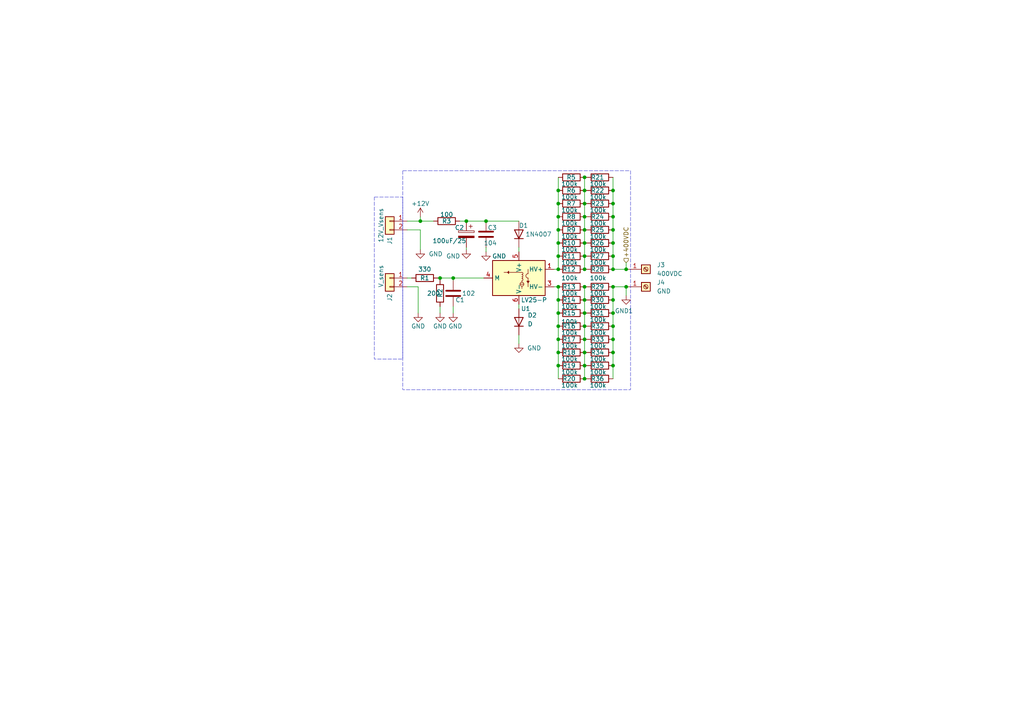
<source format=kicad_sch>
(kicad_sch
	(version 20231120)
	(generator "eeschema")
	(generator_version "8.0")
	(uuid "b63ad01a-45f9-4b44-8d8e-f632f40de260")
	(paper "A4")
	(lib_symbols
		(symbol "Connector:Screw_Terminal_01x01"
			(pin_names
				(offset 1.016) hide)
			(exclude_from_sim no)
			(in_bom yes)
			(on_board yes)
			(property "Reference" "J"
				(at 0 2.54 0)
				(effects
					(font
						(size 1.27 1.27)
					)
				)
			)
			(property "Value" "Screw_Terminal_01x01"
				(at 0 -2.54 0)
				(effects
					(font
						(size 1.27 1.27)
					)
				)
			)
			(property "Footprint" ""
				(at 0 0 0)
				(effects
					(font
						(size 1.27 1.27)
					)
					(hide yes)
				)
			)
			(property "Datasheet" "~"
				(at 0 0 0)
				(effects
					(font
						(size 1.27 1.27)
					)
					(hide yes)
				)
			)
			(property "Description" "Generic screw terminal, single row, 01x01, script generated (kicad-library-utils/schlib/autogen/connector/)"
				(at 0 0 0)
				(effects
					(font
						(size 1.27 1.27)
					)
					(hide yes)
				)
			)
			(property "ki_keywords" "screw terminal"
				(at 0 0 0)
				(effects
					(font
						(size 1.27 1.27)
					)
					(hide yes)
				)
			)
			(property "ki_fp_filters" "TerminalBlock*:*"
				(at 0 0 0)
				(effects
					(font
						(size 1.27 1.27)
					)
					(hide yes)
				)
			)
			(symbol "Screw_Terminal_01x01_1_1"
				(rectangle
					(start -1.27 1.27)
					(end 1.27 -1.27)
					(stroke
						(width 0.254)
						(type default)
					)
					(fill
						(type background)
					)
				)
				(polyline
					(pts
						(xy -0.5334 0.3302) (xy 0.3302 -0.508)
					)
					(stroke
						(width 0.1524)
						(type default)
					)
					(fill
						(type none)
					)
				)
				(polyline
					(pts
						(xy -0.3556 0.508) (xy 0.508 -0.3302)
					)
					(stroke
						(width 0.1524)
						(type default)
					)
					(fill
						(type none)
					)
				)
				(circle
					(center 0 0)
					(radius 0.635)
					(stroke
						(width 0.1524)
						(type default)
					)
					(fill
						(type none)
					)
				)
				(pin passive line
					(at -5.08 0 0)
					(length 3.81)
					(name "Pin_1"
						(effects
							(font
								(size 1.27 1.27)
							)
						)
					)
					(number "1"
						(effects
							(font
								(size 1.27 1.27)
							)
						)
					)
				)
			)
		)
		(symbol "Connector_Generic:Conn_01x02"
			(pin_names
				(offset 1.016) hide)
			(exclude_from_sim no)
			(in_bom yes)
			(on_board yes)
			(property "Reference" "J"
				(at 0 2.54 0)
				(effects
					(font
						(size 1.27 1.27)
					)
				)
			)
			(property "Value" "Conn_01x02"
				(at 0 -5.08 0)
				(effects
					(font
						(size 1.27 1.27)
					)
				)
			)
			(property "Footprint" ""
				(at 0 0 0)
				(effects
					(font
						(size 1.27 1.27)
					)
					(hide yes)
				)
			)
			(property "Datasheet" "~"
				(at 0 0 0)
				(effects
					(font
						(size 1.27 1.27)
					)
					(hide yes)
				)
			)
			(property "Description" "Generic connector, single row, 01x02, script generated (kicad-library-utils/schlib/autogen/connector/)"
				(at 0 0 0)
				(effects
					(font
						(size 1.27 1.27)
					)
					(hide yes)
				)
			)
			(property "ki_keywords" "connector"
				(at 0 0 0)
				(effects
					(font
						(size 1.27 1.27)
					)
					(hide yes)
				)
			)
			(property "ki_fp_filters" "Connector*:*_1x??_*"
				(at 0 0 0)
				(effects
					(font
						(size 1.27 1.27)
					)
					(hide yes)
				)
			)
			(symbol "Conn_01x02_1_1"
				(rectangle
					(start -1.27 -2.413)
					(end 0 -2.667)
					(stroke
						(width 0.1524)
						(type default)
					)
					(fill
						(type none)
					)
				)
				(rectangle
					(start -1.27 0.127)
					(end 0 -0.127)
					(stroke
						(width 0.1524)
						(type default)
					)
					(fill
						(type none)
					)
				)
				(rectangle
					(start -1.27 1.27)
					(end 1.27 -3.81)
					(stroke
						(width 0.254)
						(type default)
					)
					(fill
						(type background)
					)
				)
				(pin passive line
					(at -5.08 0 0)
					(length 3.81)
					(name "Pin_1"
						(effects
							(font
								(size 1.27 1.27)
							)
						)
					)
					(number "1"
						(effects
							(font
								(size 1.27 1.27)
							)
						)
					)
				)
				(pin passive line
					(at -5.08 -2.54 0)
					(length 3.81)
					(name "Pin_2"
						(effects
							(font
								(size 1.27 1.27)
							)
						)
					)
					(number "2"
						(effects
							(font
								(size 1.27 1.27)
							)
						)
					)
				)
			)
		)
		(symbol "Device:C"
			(pin_numbers hide)
			(pin_names
				(offset 0.254)
			)
			(exclude_from_sim no)
			(in_bom yes)
			(on_board yes)
			(property "Reference" "C"
				(at 0.635 2.54 0)
				(effects
					(font
						(size 1.27 1.27)
					)
					(justify left)
				)
			)
			(property "Value" "C"
				(at 0.635 -2.54 0)
				(effects
					(font
						(size 1.27 1.27)
					)
					(justify left)
				)
			)
			(property "Footprint" ""
				(at 0.9652 -3.81 0)
				(effects
					(font
						(size 1.27 1.27)
					)
					(hide yes)
				)
			)
			(property "Datasheet" "~"
				(at 0 0 0)
				(effects
					(font
						(size 1.27 1.27)
					)
					(hide yes)
				)
			)
			(property "Description" "Unpolarized capacitor"
				(at 0 0 0)
				(effects
					(font
						(size 1.27 1.27)
					)
					(hide yes)
				)
			)
			(property "ki_keywords" "cap capacitor"
				(at 0 0 0)
				(effects
					(font
						(size 1.27 1.27)
					)
					(hide yes)
				)
			)
			(property "ki_fp_filters" "C_*"
				(at 0 0 0)
				(effects
					(font
						(size 1.27 1.27)
					)
					(hide yes)
				)
			)
			(symbol "C_0_1"
				(polyline
					(pts
						(xy -2.032 -0.762) (xy 2.032 -0.762)
					)
					(stroke
						(width 0.508)
						(type default)
					)
					(fill
						(type none)
					)
				)
				(polyline
					(pts
						(xy -2.032 0.762) (xy 2.032 0.762)
					)
					(stroke
						(width 0.508)
						(type default)
					)
					(fill
						(type none)
					)
				)
			)
			(symbol "C_1_1"
				(pin passive line
					(at 0 3.81 270)
					(length 2.794)
					(name "~"
						(effects
							(font
								(size 1.27 1.27)
							)
						)
					)
					(number "1"
						(effects
							(font
								(size 1.27 1.27)
							)
						)
					)
				)
				(pin passive line
					(at 0 -3.81 90)
					(length 2.794)
					(name "~"
						(effects
							(font
								(size 1.27 1.27)
							)
						)
					)
					(number "2"
						(effects
							(font
								(size 1.27 1.27)
							)
						)
					)
				)
			)
		)
		(symbol "Device:C_Polarized"
			(pin_numbers hide)
			(pin_names
				(offset 0.254)
			)
			(exclude_from_sim no)
			(in_bom yes)
			(on_board yes)
			(property "Reference" "C"
				(at 0.635 2.54 0)
				(effects
					(font
						(size 1.27 1.27)
					)
					(justify left)
				)
			)
			(property "Value" "C_Polarized"
				(at 0.635 -2.54 0)
				(effects
					(font
						(size 1.27 1.27)
					)
					(justify left)
				)
			)
			(property "Footprint" ""
				(at 0.9652 -3.81 0)
				(effects
					(font
						(size 1.27 1.27)
					)
					(hide yes)
				)
			)
			(property "Datasheet" "~"
				(at 0 0 0)
				(effects
					(font
						(size 1.27 1.27)
					)
					(hide yes)
				)
			)
			(property "Description" "Polarized capacitor"
				(at 0 0 0)
				(effects
					(font
						(size 1.27 1.27)
					)
					(hide yes)
				)
			)
			(property "ki_keywords" "cap capacitor"
				(at 0 0 0)
				(effects
					(font
						(size 1.27 1.27)
					)
					(hide yes)
				)
			)
			(property "ki_fp_filters" "CP_*"
				(at 0 0 0)
				(effects
					(font
						(size 1.27 1.27)
					)
					(hide yes)
				)
			)
			(symbol "C_Polarized_0_1"
				(rectangle
					(start -2.286 0.508)
					(end 2.286 1.016)
					(stroke
						(width 0)
						(type default)
					)
					(fill
						(type none)
					)
				)
				(polyline
					(pts
						(xy -1.778 2.286) (xy -0.762 2.286)
					)
					(stroke
						(width 0)
						(type default)
					)
					(fill
						(type none)
					)
				)
				(polyline
					(pts
						(xy -1.27 2.794) (xy -1.27 1.778)
					)
					(stroke
						(width 0)
						(type default)
					)
					(fill
						(type none)
					)
				)
				(rectangle
					(start 2.286 -0.508)
					(end -2.286 -1.016)
					(stroke
						(width 0)
						(type default)
					)
					(fill
						(type outline)
					)
				)
			)
			(symbol "C_Polarized_1_1"
				(pin passive line
					(at 0 3.81 270)
					(length 2.794)
					(name "~"
						(effects
							(font
								(size 1.27 1.27)
							)
						)
					)
					(number "1"
						(effects
							(font
								(size 1.27 1.27)
							)
						)
					)
				)
				(pin passive line
					(at 0 -3.81 90)
					(length 2.794)
					(name "~"
						(effects
							(font
								(size 1.27 1.27)
							)
						)
					)
					(number "2"
						(effects
							(font
								(size 1.27 1.27)
							)
						)
					)
				)
			)
		)
		(symbol "Device:D"
			(pin_numbers hide)
			(pin_names
				(offset 1.016) hide)
			(exclude_from_sim no)
			(in_bom yes)
			(on_board yes)
			(property "Reference" "D"
				(at 0 2.54 0)
				(effects
					(font
						(size 1.27 1.27)
					)
				)
			)
			(property "Value" "D"
				(at 0 -2.54 0)
				(effects
					(font
						(size 1.27 1.27)
					)
				)
			)
			(property "Footprint" ""
				(at 0 0 0)
				(effects
					(font
						(size 1.27 1.27)
					)
					(hide yes)
				)
			)
			(property "Datasheet" "~"
				(at 0 0 0)
				(effects
					(font
						(size 1.27 1.27)
					)
					(hide yes)
				)
			)
			(property "Description" "Diode"
				(at 0 0 0)
				(effects
					(font
						(size 1.27 1.27)
					)
					(hide yes)
				)
			)
			(property "ki_keywords" "diode"
				(at 0 0 0)
				(effects
					(font
						(size 1.27 1.27)
					)
					(hide yes)
				)
			)
			(property "ki_fp_filters" "TO-???* *_Diode_* *SingleDiode* D_*"
				(at 0 0 0)
				(effects
					(font
						(size 1.27 1.27)
					)
					(hide yes)
				)
			)
			(symbol "D_0_1"
				(polyline
					(pts
						(xy -1.27 1.27) (xy -1.27 -1.27)
					)
					(stroke
						(width 0.254)
						(type default)
					)
					(fill
						(type none)
					)
				)
				(polyline
					(pts
						(xy 1.27 0) (xy -1.27 0)
					)
					(stroke
						(width 0)
						(type default)
					)
					(fill
						(type none)
					)
				)
				(polyline
					(pts
						(xy 1.27 1.27) (xy 1.27 -1.27) (xy -1.27 0) (xy 1.27 1.27)
					)
					(stroke
						(width 0.254)
						(type default)
					)
					(fill
						(type none)
					)
				)
			)
			(symbol "D_1_1"
				(pin passive line
					(at -3.81 0 0)
					(length 2.54)
					(name "K"
						(effects
							(font
								(size 1.27 1.27)
							)
						)
					)
					(number "1"
						(effects
							(font
								(size 1.27 1.27)
							)
						)
					)
				)
				(pin passive line
					(at 3.81 0 180)
					(length 2.54)
					(name "A"
						(effects
							(font
								(size 1.27 1.27)
							)
						)
					)
					(number "2"
						(effects
							(font
								(size 1.27 1.27)
							)
						)
					)
				)
			)
		)
		(symbol "Device:R"
			(pin_numbers hide)
			(pin_names
				(offset 0)
			)
			(exclude_from_sim no)
			(in_bom yes)
			(on_board yes)
			(property "Reference" "R"
				(at 2.032 0 90)
				(effects
					(font
						(size 1.27 1.27)
					)
				)
			)
			(property "Value" "R"
				(at 0 0 90)
				(effects
					(font
						(size 1.27 1.27)
					)
				)
			)
			(property "Footprint" ""
				(at -1.778 0 90)
				(effects
					(font
						(size 1.27 1.27)
					)
					(hide yes)
				)
			)
			(property "Datasheet" "~"
				(at 0 0 0)
				(effects
					(font
						(size 1.27 1.27)
					)
					(hide yes)
				)
			)
			(property "Description" "Resistor"
				(at 0 0 0)
				(effects
					(font
						(size 1.27 1.27)
					)
					(hide yes)
				)
			)
			(property "ki_keywords" "R res resistor"
				(at 0 0 0)
				(effects
					(font
						(size 1.27 1.27)
					)
					(hide yes)
				)
			)
			(property "ki_fp_filters" "R_*"
				(at 0 0 0)
				(effects
					(font
						(size 1.27 1.27)
					)
					(hide yes)
				)
			)
			(symbol "R_0_1"
				(rectangle
					(start -1.016 -2.54)
					(end 1.016 2.54)
					(stroke
						(width 0.254)
						(type default)
					)
					(fill
						(type none)
					)
				)
			)
			(symbol "R_1_1"
				(pin passive line
					(at 0 3.81 270)
					(length 1.27)
					(name "~"
						(effects
							(font
								(size 1.27 1.27)
							)
						)
					)
					(number "1"
						(effects
							(font
								(size 1.27 1.27)
							)
						)
					)
				)
				(pin passive line
					(at 0 -3.81 90)
					(length 1.27)
					(name "~"
						(effects
							(font
								(size 1.27 1.27)
							)
						)
					)
					(number "2"
						(effects
							(font
								(size 1.27 1.27)
							)
						)
					)
				)
			)
		)
		(symbol "Sensor_Voltage:LV25-P"
			(exclude_from_sim no)
			(in_bom yes)
			(on_board yes)
			(property "Reference" "U"
				(at -6.35 6.35 0)
				(effects
					(font
						(size 1.27 1.27)
					)
				)
			)
			(property "Value" "LV25-P"
				(at 5.08 6.35 0)
				(effects
					(font
						(size 1.27 1.27)
					)
				)
			)
			(property "Footprint" "Sensor_Voltage:LEM_LV25-P"
				(at 0 -10.16 0)
				(effects
					(font
						(size 1.27 1.27)
					)
					(hide yes)
				)
			)
			(property "Datasheet" "https://www.lem.com/sites/default/files/products_datasheets/lv_25-p.pdf"
				(at 0 0 0)
				(effects
					(font
						(size 1.27 1.27)
					)
					(hide yes)
				)
			)
			(property "Description" "LEM Voltage transducer LV 25-P"
				(at 0 0 0)
				(effects
					(font
						(size 1.27 1.27)
					)
					(hide yes)
				)
			)
			(property "ki_keywords" "Voltage transducer"
				(at 0 0 0)
				(effects
					(font
						(size 1.27 1.27)
					)
					(hide yes)
				)
			)
			(property "ki_fp_filters" "LEM?LV25?P*"
				(at 0 0 0)
				(effects
					(font
						(size 1.27 1.27)
					)
					(hide yes)
				)
			)
			(symbol "LV25-P_0_1"
				(arc
					(start -2.667 0)
					(mid -2.0347 0.635)
					(end -2.667 1.27)
					(stroke
						(width 0)
						(type default)
					)
					(fill
						(type none)
					)
				)
				(circle
					(center -0.889 -1.778)
					(radius 0.5588)
					(stroke
						(width 0)
						(type default)
					)
					(fill
						(type none)
					)
				)
				(arc
					(start -0.889 -0.127)
					(mid -1.1938 -0.4318)
					(end -0.889 -0.762)
					(stroke
						(width 0)
						(type default)
					)
					(fill
						(type none)
					)
				)
				(arc
					(start -0.889 0.381)
					(mid -1.1419 0.127)
					(end -0.889 -0.127)
					(stroke
						(width 0)
						(type default)
					)
					(fill
						(type none)
					)
				)
				(arc
					(start -0.889 1.016)
					(mid -1.1938 0.7112)
					(end -0.889 0.381)
					(stroke
						(width 0)
						(type default)
					)
					(fill
						(type none)
					)
				)
				(arc
					(start -0.889 1.651)
					(mid -1.1938 1.3462)
					(end -0.889 1.016)
					(stroke
						(width 0)
						(type default)
					)
					(fill
						(type none)
					)
				)
				(polyline
					(pts
						(xy -2.667 0) (xy -2.667 -2.54)
					)
					(stroke
						(width 0)
						(type default)
					)
					(fill
						(type none)
					)
				)
				(polyline
					(pts
						(xy -2.667 2.54) (xy -2.667 1.27)
					)
					(stroke
						(width 0)
						(type default)
					)
					(fill
						(type none)
					)
				)
				(polyline
					(pts
						(xy -1.397 -1.778) (xy -0.381 -1.778)
					)
					(stroke
						(width 0)
						(type default)
					)
					(fill
						(type none)
					)
				)
				(polyline
					(pts
						(xy -0.889 -2.413) (xy -0.889 -3.048)
					)
					(stroke
						(width 0)
						(type default)
					)
					(fill
						(type none)
					)
				)
				(polyline
					(pts
						(xy -0.889 -1.143) (xy -0.889 -0.762)
					)
					(stroke
						(width 0)
						(type default)
					)
					(fill
						(type none)
					)
				)
				(polyline
					(pts
						(xy -0.889 1.651) (xy 4.318 1.651)
					)
					(stroke
						(width 0)
						(type default)
					)
					(fill
						(type none)
					)
				)
				(polyline
					(pts
						(xy -2.921 -0.889) (xy -2.286 -0.889) (xy -2.667 -1.397) (xy -3.048 -0.889)
					)
					(stroke
						(width 0)
						(type default)
					)
					(fill
						(type outline)
					)
				)
				(polyline
					(pts
						(xy 3.302 1.651) (xy 2.921 2.032) (xy 2.921 1.27) (xy 3.302 1.651)
					)
					(stroke
						(width 0)
						(type default)
					)
					(fill
						(type outline)
					)
				)
				(rectangle
					(start 7.62 -5.08)
					(end -7.62 5.08)
					(stroke
						(width 0.254)
						(type default)
					)
					(fill
						(type background)
					)
				)
			)
			(symbol "LV25-P_1_1"
				(pin input line
					(at -10.16 2.54 0)
					(length 2.54)
					(name "HV+"
						(effects
							(font
								(size 1.27 1.27)
							)
						)
					)
					(number "1"
						(effects
							(font
								(size 1.27 1.27)
							)
						)
					)
				)
				(pin input line
					(at -10.16 -2.54 0)
					(length 2.54)
					(name "HV-"
						(effects
							(font
								(size 1.27 1.27)
							)
						)
					)
					(number "3"
						(effects
							(font
								(size 1.27 1.27)
							)
						)
					)
				)
				(pin output line
					(at 10.16 0 180)
					(length 2.54)
					(name "M"
						(effects
							(font
								(size 1.27 1.27)
							)
						)
					)
					(number "4"
						(effects
							(font
								(size 1.27 1.27)
							)
						)
					)
				)
				(pin power_in line
					(at 0 7.62 270)
					(length 2.54)
					(name "V+"
						(effects
							(font
								(size 1.27 1.27)
							)
						)
					)
					(number "5"
						(effects
							(font
								(size 1.27 1.27)
							)
						)
					)
				)
				(pin power_in line
					(at 0 -7.62 90)
					(length 2.54)
					(name "V-"
						(effects
							(font
								(size 1.27 1.27)
							)
						)
					)
					(number "6"
						(effects
							(font
								(size 1.27 1.27)
							)
						)
					)
				)
			)
		)
		(symbol "power:+12V"
			(power)
			(pin_names
				(offset 0)
			)
			(exclude_from_sim no)
			(in_bom yes)
			(on_board yes)
			(property "Reference" "#PWR"
				(at 0 -3.81 0)
				(effects
					(font
						(size 1.27 1.27)
					)
					(hide yes)
				)
			)
			(property "Value" "+12V"
				(at 0 3.556 0)
				(effects
					(font
						(size 1.27 1.27)
					)
				)
			)
			(property "Footprint" ""
				(at 0 0 0)
				(effects
					(font
						(size 1.27 1.27)
					)
					(hide yes)
				)
			)
			(property "Datasheet" ""
				(at 0 0 0)
				(effects
					(font
						(size 1.27 1.27)
					)
					(hide yes)
				)
			)
			(property "Description" "Power symbol creates a global label with name \"+12V\""
				(at 0 0 0)
				(effects
					(font
						(size 1.27 1.27)
					)
					(hide yes)
				)
			)
			(property "ki_keywords" "power-flag"
				(at 0 0 0)
				(effects
					(font
						(size 1.27 1.27)
					)
					(hide yes)
				)
			)
			(symbol "+12V_0_1"
				(polyline
					(pts
						(xy -0.762 1.27) (xy 0 2.54)
					)
					(stroke
						(width 0)
						(type default)
					)
					(fill
						(type none)
					)
				)
				(polyline
					(pts
						(xy 0 0) (xy 0 2.54)
					)
					(stroke
						(width 0)
						(type default)
					)
					(fill
						(type none)
					)
				)
				(polyline
					(pts
						(xy 0 2.54) (xy 0.762 1.27)
					)
					(stroke
						(width 0)
						(type default)
					)
					(fill
						(type none)
					)
				)
			)
			(symbol "+12V_1_1"
				(pin power_in line
					(at 0 0 90)
					(length 0) hide
					(name "+12V"
						(effects
							(font
								(size 1.27 1.27)
							)
						)
					)
					(number "1"
						(effects
							(font
								(size 1.27 1.27)
							)
						)
					)
				)
			)
		)
		(symbol "power:GND"
			(power)
			(pin_names
				(offset 0)
			)
			(exclude_from_sim no)
			(in_bom yes)
			(on_board yes)
			(property "Reference" "#PWR"
				(at 0 -6.35 0)
				(effects
					(font
						(size 1.27 1.27)
					)
					(hide yes)
				)
			)
			(property "Value" "GND"
				(at 0 -3.81 0)
				(effects
					(font
						(size 1.27 1.27)
					)
				)
			)
			(property "Footprint" ""
				(at 0 0 0)
				(effects
					(font
						(size 1.27 1.27)
					)
					(hide yes)
				)
			)
			(property "Datasheet" ""
				(at 0 0 0)
				(effects
					(font
						(size 1.27 1.27)
					)
					(hide yes)
				)
			)
			(property "Description" "Power symbol creates a global label with name \"GND\" , ground"
				(at 0 0 0)
				(effects
					(font
						(size 1.27 1.27)
					)
					(hide yes)
				)
			)
			(property "ki_keywords" "power-flag"
				(at 0 0 0)
				(effects
					(font
						(size 1.27 1.27)
					)
					(hide yes)
				)
			)
			(symbol "GND_0_1"
				(polyline
					(pts
						(xy 0 0) (xy 0 -1.27) (xy 1.27 -1.27) (xy 0 -2.54) (xy -1.27 -1.27) (xy 0 -1.27)
					)
					(stroke
						(width 0)
						(type default)
					)
					(fill
						(type none)
					)
				)
			)
			(symbol "GND_1_1"
				(pin power_in line
					(at 0 0 270)
					(length 0) hide
					(name "GND"
						(effects
							(font
								(size 1.27 1.27)
							)
						)
					)
					(number "1"
						(effects
							(font
								(size 1.27 1.27)
							)
						)
					)
				)
			)
		)
		(symbol "power:GND1"
			(power)
			(pin_names
				(offset 0)
			)
			(exclude_from_sim no)
			(in_bom yes)
			(on_board yes)
			(property "Reference" "#PWR"
				(at 0 -6.35 0)
				(effects
					(font
						(size 1.27 1.27)
					)
					(hide yes)
				)
			)
			(property "Value" "GND1"
				(at 0 -3.81 0)
				(effects
					(font
						(size 1.27 1.27)
					)
				)
			)
			(property "Footprint" ""
				(at 0 0 0)
				(effects
					(font
						(size 1.27 1.27)
					)
					(hide yes)
				)
			)
			(property "Datasheet" ""
				(at 0 0 0)
				(effects
					(font
						(size 1.27 1.27)
					)
					(hide yes)
				)
			)
			(property "Description" "Power symbol creates a global label with name \"GND1\" , ground"
				(at 0 0 0)
				(effects
					(font
						(size 1.27 1.27)
					)
					(hide yes)
				)
			)
			(property "ki_keywords" "power-flag"
				(at 0 0 0)
				(effects
					(font
						(size 1.27 1.27)
					)
					(hide yes)
				)
			)
			(symbol "GND1_0_1"
				(polyline
					(pts
						(xy 0 0) (xy 0 -1.27) (xy 1.27 -1.27) (xy 0 -2.54) (xy -1.27 -1.27) (xy 0 -1.27)
					)
					(stroke
						(width 0)
						(type default)
					)
					(fill
						(type none)
					)
				)
			)
			(symbol "GND1_1_1"
				(pin power_in line
					(at 0 0 270)
					(length 0) hide
					(name "GND1"
						(effects
							(font
								(size 1.27 1.27)
							)
						)
					)
					(number "1"
						(effects
							(font
								(size 1.27 1.27)
							)
						)
					)
				)
			)
		)
	)
	(junction
		(at 161.925 102.235)
		(diameter 0)
		(color 0 0 0 0)
		(uuid "00091771-48bb-4b19-b164-c56a47468ac4")
	)
	(junction
		(at 169.545 102.235)
		(diameter 0)
		(color 0 0 0 0)
		(uuid "096f4a60-6c14-4644-9085-23d5a3da6326")
	)
	(junction
		(at 121.92 64.135)
		(diameter 0)
		(color 0 0 0 0)
		(uuid "0a18c51c-0de1-4eea-a7cb-b4361daa294b")
	)
	(junction
		(at 169.545 55.245)
		(diameter 0)
		(color 0 0 0 0)
		(uuid "0cda6d2e-aaea-407a-8df0-d86595e11a85")
	)
	(junction
		(at 177.8 62.865)
		(diameter 0)
		(color 0 0 0 0)
		(uuid "2597a88b-d877-4327-b019-9a88fe11556a")
	)
	(junction
		(at 177.8 90.805)
		(diameter 0)
		(color 0 0 0 0)
		(uuid "2ad0cf0b-a700-4411-a6b8-370ab5ae6ec3")
	)
	(junction
		(at 161.925 70.485)
		(diameter 0)
		(color 0 0 0 0)
		(uuid "3276d3c4-abe0-4e57-bb76-aea7021ec8b2")
	)
	(junction
		(at 169.545 66.675)
		(diameter 0)
		(color 0 0 0 0)
		(uuid "3bc1390a-3b13-4882-946c-7cdcc54a1b74")
	)
	(junction
		(at 161.925 62.865)
		(diameter 0)
		(color 0 0 0 0)
		(uuid "4941d764-68be-414e-af91-124e8d130f16")
	)
	(junction
		(at 161.925 83.185)
		(diameter 0)
		(color 0 0 0 0)
		(uuid "4ae45b5e-54d0-4ce3-bf58-6e75c1cffac0")
	)
	(junction
		(at 177.8 74.295)
		(diameter 0)
		(color 0 0 0 0)
		(uuid "4d6525b7-dea8-4042-ac1d-024e05d961c4")
	)
	(junction
		(at 177.8 55.245)
		(diameter 0)
		(color 0 0 0 0)
		(uuid "4f4157c3-2eb5-400c-997c-d25cb78eaf9d")
	)
	(junction
		(at 177.8 98.425)
		(diameter 0)
		(color 0 0 0 0)
		(uuid "4fb465ea-669f-4f9f-bdab-0a72902e33a9")
	)
	(junction
		(at 181.61 78.105)
		(diameter 0)
		(color 0 0 0 0)
		(uuid "576b2d7a-ddd1-4473-b942-fa99975491c4")
	)
	(junction
		(at 169.545 59.055)
		(diameter 0)
		(color 0 0 0 0)
		(uuid "5a97003e-66da-456e-977c-99f6edf49647")
	)
	(junction
		(at 161.925 66.675)
		(diameter 0)
		(color 0 0 0 0)
		(uuid "5b8fedf4-ebc2-4867-915a-c5811e61ac7d")
	)
	(junction
		(at 161.925 55.245)
		(diameter 0)
		(color 0 0 0 0)
		(uuid "5c7d28ef-7edb-4bfd-ade4-e9aa94148e83")
	)
	(junction
		(at 161.925 86.995)
		(diameter 0)
		(color 0 0 0 0)
		(uuid "5fa3986c-6013-496e-925c-1913017de0d1")
	)
	(junction
		(at 131.445 80.645)
		(diameter 0)
		(color 0 0 0 0)
		(uuid "6158a02e-9b12-422f-a0c8-610e864ec681")
	)
	(junction
		(at 169.545 98.425)
		(diameter 0)
		(color 0 0 0 0)
		(uuid "69a9fe3a-a146-4269-bd81-d63565b7ce71")
	)
	(junction
		(at 127.635 80.645)
		(diameter 0)
		(color 0 0 0 0)
		(uuid "6db252e7-b180-41cf-87af-3ad4c006acce")
	)
	(junction
		(at 169.545 51.435)
		(diameter 0)
		(color 0 0 0 0)
		(uuid "6e6c5c8c-ea16-40a0-adb8-048ce5e8c82b")
	)
	(junction
		(at 177.8 83.185)
		(diameter 0)
		(color 0 0 0 0)
		(uuid "6e709aa9-eb48-46bd-b29d-ee4b269790f2")
	)
	(junction
		(at 161.925 106.045)
		(diameter 0)
		(color 0 0 0 0)
		(uuid "74f71903-5a1a-44d0-be2a-c060a9d81ea0")
	)
	(junction
		(at 181.61 83.185)
		(diameter 0)
		(color 0 0 0 0)
		(uuid "79048219-4e30-4988-8c20-99af910ae230")
	)
	(junction
		(at 169.545 106.045)
		(diameter 0)
		(color 0 0 0 0)
		(uuid "7a402929-c889-49ec-94dd-f2b3142e5184")
	)
	(junction
		(at 177.8 102.235)
		(diameter 0)
		(color 0 0 0 0)
		(uuid "7d890d14-12f6-46b2-89e9-3c2bf5138ccf")
	)
	(junction
		(at 169.545 109.855)
		(diameter 0)
		(color 0 0 0 0)
		(uuid "8052197d-de79-42c4-8359-4cf8aa2347b1")
	)
	(junction
		(at 177.8 78.105)
		(diameter 0)
		(color 0 0 0 0)
		(uuid "8139a83a-3209-467f-91b7-0aa27fcefc6a")
	)
	(junction
		(at 169.545 86.995)
		(diameter 0)
		(color 0 0 0 0)
		(uuid "828e54e9-7341-47d5-9aa5-7cac2152719b")
	)
	(junction
		(at 177.8 94.615)
		(diameter 0)
		(color 0 0 0 0)
		(uuid "88545c16-d2ee-45cb-81f4-9bec10788ee3")
	)
	(junction
		(at 177.8 66.675)
		(diameter 0)
		(color 0 0 0 0)
		(uuid "906676b5-0445-4992-ab3f-0026a88b205b")
	)
	(junction
		(at 161.925 78.105)
		(diameter 0)
		(color 0 0 0 0)
		(uuid "9297702a-9fc2-4c61-88e2-78e1e709c7f4")
	)
	(junction
		(at 169.545 83.185)
		(diameter 0)
		(color 0 0 0 0)
		(uuid "961c3004-bbbc-4574-aee5-6911c4505ae6")
	)
	(junction
		(at 169.545 62.865)
		(diameter 0)
		(color 0 0 0 0)
		(uuid "965e47e9-1e62-4281-bfbb-491760ffcf7f")
	)
	(junction
		(at 161.925 90.805)
		(diameter 0)
		(color 0 0 0 0)
		(uuid "9af41f89-adee-4a0c-b013-993b2cb1d7d7")
	)
	(junction
		(at 161.925 94.615)
		(diameter 0)
		(color 0 0 0 0)
		(uuid "a1b5f0aa-bb4d-4a2b-a24d-07d8e1f87bb6")
	)
	(junction
		(at 177.8 59.055)
		(diameter 0)
		(color 0 0 0 0)
		(uuid "b8d96a18-7cb5-43f0-9480-b0c0c34ec90e")
	)
	(junction
		(at 135.255 64.135)
		(diameter 0)
		(color 0 0 0 0)
		(uuid "bedd47ac-5676-4461-8a02-acddc9046ffb")
	)
	(junction
		(at 140.97 64.135)
		(diameter 0)
		(color 0 0 0 0)
		(uuid "c02e1c0b-86e4-4bb0-be8b-fdfe7e7d2c3f")
	)
	(junction
		(at 161.925 98.425)
		(diameter 0)
		(color 0 0 0 0)
		(uuid "c3ba401a-3e51-4721-8c8d-e6d40e702b9c")
	)
	(junction
		(at 161.925 74.295)
		(diameter 0)
		(color 0 0 0 0)
		(uuid "cb0c1116-61e3-4388-86e7-e5d3945c1bcf")
	)
	(junction
		(at 177.8 86.995)
		(diameter 0)
		(color 0 0 0 0)
		(uuid "ce3a7fe3-46fc-4258-abff-708bcdd6ffc6")
	)
	(junction
		(at 169.545 74.295)
		(diameter 0)
		(color 0 0 0 0)
		(uuid "d380ec87-45f5-44d7-a078-2dc819061db0")
	)
	(junction
		(at 169.545 78.105)
		(diameter 0)
		(color 0 0 0 0)
		(uuid "dc909d43-843f-4504-9973-2959ad55a727")
	)
	(junction
		(at 169.545 90.805)
		(diameter 0)
		(color 0 0 0 0)
		(uuid "e2d7fab7-dae2-4829-bc91-6704654572dd")
	)
	(junction
		(at 177.8 106.045)
		(diameter 0)
		(color 0 0 0 0)
		(uuid "e392b41f-160a-4b31-bc81-cd36d065cd1d")
	)
	(junction
		(at 169.545 70.485)
		(diameter 0)
		(color 0 0 0 0)
		(uuid "e7fa9d6b-9046-467e-8d2f-c4d00bdf75d3")
	)
	(junction
		(at 177.8 70.485)
		(diameter 0)
		(color 0 0 0 0)
		(uuid "f7bccbc3-ee21-4619-a08e-354e7a889713")
	)
	(junction
		(at 169.545 94.615)
		(diameter 0)
		(color 0 0 0 0)
		(uuid "f7dda59b-3359-46bc-8b6a-05829fc69b8d")
	)
	(junction
		(at 161.925 59.055)
		(diameter 0)
		(color 0 0 0 0)
		(uuid "fd2a36f4-8b8a-4766-ab1d-1a1b7e484658")
	)
	(wire
		(pts
			(xy 133.35 64.135) (xy 135.255 64.135)
		)
		(stroke
			(width 0)
			(type default)
		)
		(uuid "05619e40-9beb-48fd-b4cc-55d59a0fa611")
	)
	(wire
		(pts
			(xy 169.545 74.295) (xy 170.18 74.295)
		)
		(stroke
			(width 0)
			(type default)
		)
		(uuid "0808c326-0e24-4d77-ad89-e541a0f158a4")
	)
	(wire
		(pts
			(xy 118.11 83.185) (xy 121.285 83.185)
		)
		(stroke
			(width 0)
			(type default)
		)
		(uuid "090871dc-e453-4b84-8e11-48fcbad4759e")
	)
	(wire
		(pts
			(xy 177.8 90.805) (xy 177.8 86.995)
		)
		(stroke
			(width 0)
			(type default)
		)
		(uuid "0cbf8834-51f1-4951-ae40-430bd8d5fb74")
	)
	(wire
		(pts
			(xy 169.545 106.045) (xy 169.545 109.855)
		)
		(stroke
			(width 0)
			(type default)
		)
		(uuid "102889ab-e0c2-4831-b142-f17566b7a166")
	)
	(wire
		(pts
			(xy 118.11 64.135) (xy 121.92 64.135)
		)
		(stroke
			(width 0)
			(type default)
		)
		(uuid "12a14cab-da16-4a24-8cb6-d4e196e61b28")
	)
	(wire
		(pts
			(xy 169.545 94.615) (xy 170.18 94.615)
		)
		(stroke
			(width 0)
			(type default)
		)
		(uuid "1304fb73-b9d1-4bf8-9d56-444f24e6c76f")
	)
	(wire
		(pts
			(xy 169.545 59.055) (xy 169.545 62.865)
		)
		(stroke
			(width 0)
			(type default)
		)
		(uuid "1a223859-58b1-461f-9867-eca7b93fb925")
	)
	(wire
		(pts
			(xy 177.8 59.055) (xy 177.8 62.865)
		)
		(stroke
			(width 0)
			(type default)
		)
		(uuid "1b983112-91c9-4a30-a06c-79c85569d1d3")
	)
	(wire
		(pts
			(xy 169.545 66.675) (xy 170.18 66.675)
		)
		(stroke
			(width 0)
			(type default)
		)
		(uuid "1c4747f9-19f3-4e5c-9dba-52e96929d926")
	)
	(wire
		(pts
			(xy 177.8 74.295) (xy 177.8 78.105)
		)
		(stroke
			(width 0)
			(type default)
		)
		(uuid "1d90453a-e457-453f-9ef2-1c075e636577")
	)
	(wire
		(pts
			(xy 177.8 62.865) (xy 177.8 66.675)
		)
		(stroke
			(width 0)
			(type default)
		)
		(uuid "1fb59a54-825a-4e7f-ba6e-a05da114188d")
	)
	(wire
		(pts
			(xy 127 80.645) (xy 127.635 80.645)
		)
		(stroke
			(width 0)
			(type default)
		)
		(uuid "1fdcd1c2-8563-46d7-9b11-f4432d1a4374")
	)
	(wire
		(pts
			(xy 169.545 86.995) (xy 169.545 83.185)
		)
		(stroke
			(width 0)
			(type default)
		)
		(uuid "21e00900-623d-454b-bfbc-1edf2ab76d83")
	)
	(wire
		(pts
			(xy 169.545 106.045) (xy 169.545 102.235)
		)
		(stroke
			(width 0)
			(type default)
		)
		(uuid "262fce15-b0d1-4a2c-a390-ef73ed635e35")
	)
	(wire
		(pts
			(xy 127.635 80.645) (xy 127.635 81.28)
		)
		(stroke
			(width 0)
			(type default)
		)
		(uuid "277493fa-f266-449c-a5b2-5d9beb394426")
	)
	(wire
		(pts
			(xy 169.545 62.865) (xy 169.545 66.675)
		)
		(stroke
			(width 0)
			(type default)
		)
		(uuid "27d4253a-8e49-4cbf-b91c-c7705580ac7a")
	)
	(wire
		(pts
			(xy 169.545 59.055) (xy 170.18 59.055)
		)
		(stroke
			(width 0)
			(type default)
		)
		(uuid "294cf63d-0b4b-46d0-9421-7b2c84265d27")
	)
	(wire
		(pts
			(xy 135.255 71.755) (xy 135.255 72.39)
		)
		(stroke
			(width 0)
			(type default)
		)
		(uuid "31172b0d-01a1-459e-8a9b-aab5c2748dc4")
	)
	(wire
		(pts
			(xy 177.8 102.235) (xy 177.8 98.425)
		)
		(stroke
			(width 0)
			(type default)
		)
		(uuid "39575034-c0fc-4e38-b2cb-8dbaba856c96")
	)
	(wire
		(pts
			(xy 140.97 71.755) (xy 140.97 73.025)
		)
		(stroke
			(width 0)
			(type default)
		)
		(uuid "39e8419c-08d6-4d72-bf86-7ecb7a4df11a")
	)
	(wire
		(pts
			(xy 169.545 51.435) (xy 170.18 51.435)
		)
		(stroke
			(width 0)
			(type default)
		)
		(uuid "3ec744b8-dd3c-4de0-9f12-e5a064fc0186")
	)
	(wire
		(pts
			(xy 169.545 70.485) (xy 170.18 70.485)
		)
		(stroke
			(width 0)
			(type default)
		)
		(uuid "4143f506-b734-4385-8fb9-a03521592bc0")
	)
	(wire
		(pts
			(xy 177.8 94.615) (xy 177.8 90.805)
		)
		(stroke
			(width 0)
			(type default)
		)
		(uuid "425429d3-d966-46b1-b26e-005297cebf5d")
	)
	(wire
		(pts
			(xy 177.8 98.425) (xy 177.8 94.615)
		)
		(stroke
			(width 0)
			(type default)
		)
		(uuid "462a3f68-356e-4b74-9d34-db2a72290c57")
	)
	(wire
		(pts
			(xy 169.545 86.995) (xy 170.18 86.995)
		)
		(stroke
			(width 0)
			(type default)
		)
		(uuid "4a3e3618-1612-421e-8e60-ec5862ee7512")
	)
	(wire
		(pts
			(xy 118.11 66.675) (xy 121.92 66.675)
		)
		(stroke
			(width 0)
			(type default)
		)
		(uuid "4c54978c-64fc-4fe4-82bf-de43adf39239")
	)
	(wire
		(pts
			(xy 177.8 51.435) (xy 177.8 55.245)
		)
		(stroke
			(width 0)
			(type default)
		)
		(uuid "4cfbc23d-877c-4005-8668-83bb0358e70d")
	)
	(wire
		(pts
			(xy 161.925 66.675) (xy 161.925 70.485)
		)
		(stroke
			(width 0)
			(type default)
		)
		(uuid "4d6c9f46-0d8c-4000-9449-8bda9b56521d")
	)
	(wire
		(pts
			(xy 131.445 88.9) (xy 131.445 90.805)
		)
		(stroke
			(width 0)
			(type default)
		)
		(uuid "4e69c4e6-3a0d-4a16-a495-a045483c3081")
	)
	(wire
		(pts
			(xy 121.92 64.135) (xy 121.92 62.865)
		)
		(stroke
			(width 0)
			(type default)
		)
		(uuid "4e941080-7e7c-4732-a669-0b607eab0bcd")
	)
	(wire
		(pts
			(xy 169.545 90.805) (xy 169.545 86.995)
		)
		(stroke
			(width 0)
			(type default)
		)
		(uuid "51b508e1-22fa-490e-b128-5a56f8b2bc84")
	)
	(wire
		(pts
			(xy 169.545 66.675) (xy 169.545 70.485)
		)
		(stroke
			(width 0)
			(type default)
		)
		(uuid "53e62255-bbff-43c8-acbb-ee1a3f29e9f2")
	)
	(wire
		(pts
			(xy 177.8 78.105) (xy 181.61 78.105)
		)
		(stroke
			(width 0)
			(type default)
		)
		(uuid "54ef201f-1035-4bd7-9ebe-eafa7f046579")
	)
	(wire
		(pts
			(xy 169.545 62.865) (xy 170.18 62.865)
		)
		(stroke
			(width 0)
			(type default)
		)
		(uuid "5b095166-726d-4ca7-a7f4-423ffe2173b5")
	)
	(wire
		(pts
			(xy 140.97 64.135) (xy 150.495 64.135)
		)
		(stroke
			(width 0)
			(type default)
		)
		(uuid "60323c84-f076-4f83-8a8e-3936c6a6fe29")
	)
	(wire
		(pts
			(xy 121.92 66.675) (xy 121.92 72.39)
		)
		(stroke
			(width 0)
			(type default)
		)
		(uuid "61f7b693-3207-4db0-82bd-45dfa9e5bf83")
	)
	(wire
		(pts
			(xy 169.545 55.245) (xy 170.18 55.245)
		)
		(stroke
			(width 0)
			(type default)
		)
		(uuid "6568c5ef-a708-4862-a307-2b30fa39c76c")
	)
	(wire
		(pts
			(xy 169.545 109.855) (xy 170.18 109.855)
		)
		(stroke
			(width 0)
			(type default)
		)
		(uuid "664c9fe0-e890-4007-ae5c-b5d70bcddfc7")
	)
	(wire
		(pts
			(xy 169.545 55.245) (xy 169.545 59.055)
		)
		(stroke
			(width 0)
			(type default)
		)
		(uuid "67b852bc-c5f1-45c3-b0ec-78b30c295e38")
	)
	(wire
		(pts
			(xy 121.285 83.185) (xy 121.285 90.805)
		)
		(stroke
			(width 0)
			(type default)
		)
		(uuid "68331fa6-1615-49ed-9265-dde1d7dfac2b")
	)
	(wire
		(pts
			(xy 169.545 74.295) (xy 169.545 78.105)
		)
		(stroke
			(width 0)
			(type default)
		)
		(uuid "709b2b73-9405-455b-a9c4-0691b1693039")
	)
	(wire
		(pts
			(xy 118.11 80.645) (xy 119.38 80.645)
		)
		(stroke
			(width 0)
			(type default)
		)
		(uuid "70d83adb-79ad-4985-ab39-42531495bfe1")
	)
	(wire
		(pts
			(xy 169.545 51.435) (xy 169.545 55.245)
		)
		(stroke
			(width 0)
			(type default)
		)
		(uuid "783a7eb0-1616-4bf2-a2c8-8691467bbd68")
	)
	(wire
		(pts
			(xy 177.8 66.675) (xy 177.8 70.485)
		)
		(stroke
			(width 0)
			(type default)
		)
		(uuid "7a040ce3-7491-4352-b8ad-f36b4660ff93")
	)
	(wire
		(pts
			(xy 169.545 106.045) (xy 170.18 106.045)
		)
		(stroke
			(width 0)
			(type default)
		)
		(uuid "7b8e029d-5cbb-4d51-bf90-a21532ce9091")
	)
	(wire
		(pts
			(xy 161.925 90.805) (xy 161.925 86.995)
		)
		(stroke
			(width 0)
			(type default)
		)
		(uuid "7c08aa3f-0918-4c2c-9ef6-9fd99fb63740")
	)
	(wire
		(pts
			(xy 169.545 83.185) (xy 170.18 83.185)
		)
		(stroke
			(width 0)
			(type default)
		)
		(uuid "7cdad9bb-57b0-470a-b879-16dcc336c905")
	)
	(wire
		(pts
			(xy 161.925 106.045) (xy 161.925 109.855)
		)
		(stroke
			(width 0)
			(type default)
		)
		(uuid "81f38000-52c4-4a3e-9ff2-61cf2cf120fd")
	)
	(wire
		(pts
			(xy 127.635 88.9) (xy 127.635 90.805)
		)
		(stroke
			(width 0)
			(type default)
		)
		(uuid "9291a3ac-f043-446c-bef5-ddad1e900fa5")
	)
	(wire
		(pts
			(xy 161.925 70.485) (xy 161.925 74.295)
		)
		(stroke
			(width 0)
			(type default)
		)
		(uuid "937344ad-13ec-4182-b43b-3097b8a130be")
	)
	(wire
		(pts
			(xy 161.925 62.865) (xy 161.925 66.675)
		)
		(stroke
			(width 0)
			(type default)
		)
		(uuid "980bf7e9-6e47-4ad2-88a7-d0fc44a29470")
	)
	(wire
		(pts
			(xy 169.545 78.105) (xy 170.18 78.105)
		)
		(stroke
			(width 0)
			(type default)
		)
		(uuid "983abe85-4777-40bb-83b4-3c8fb5a28352")
	)
	(wire
		(pts
			(xy 161.925 102.235) (xy 161.925 106.045)
		)
		(stroke
			(width 0)
			(type default)
		)
		(uuid "9cb63bcd-4aff-495c-b083-1a6c80cc5091")
	)
	(wire
		(pts
			(xy 161.925 98.425) (xy 161.925 102.235)
		)
		(stroke
			(width 0)
			(type default)
		)
		(uuid "9d1b0d4f-f616-4d4d-812b-7d5b0c0e2322")
	)
	(wire
		(pts
			(xy 161.925 90.805) (xy 161.925 94.615)
		)
		(stroke
			(width 0)
			(type default)
		)
		(uuid "a0fb58e2-3724-4526-8d7b-353a475d922e")
	)
	(wire
		(pts
			(xy 181.61 76.2) (xy 181.61 78.105)
		)
		(stroke
			(width 0)
			(type default)
		)
		(uuid "a3870aa5-7008-4ee7-a7f2-89dd0598eac0")
	)
	(wire
		(pts
			(xy 177.8 70.485) (xy 177.8 74.295)
		)
		(stroke
			(width 0)
			(type default)
		)
		(uuid "a4be6a51-26e5-4581-b6fd-095f7a81ac2c")
	)
	(wire
		(pts
			(xy 150.495 71.755) (xy 150.495 73.025)
		)
		(stroke
			(width 0)
			(type default)
		)
		(uuid "a53677ac-af43-4bb7-812b-56302d2cfd5a")
	)
	(wire
		(pts
			(xy 182.245 78.105) (xy 181.61 78.105)
		)
		(stroke
			(width 0)
			(type default)
		)
		(uuid "ac2fe32d-9846-4290-84b3-e891082290a4")
	)
	(wire
		(pts
			(xy 169.545 70.485) (xy 169.545 74.295)
		)
		(stroke
			(width 0)
			(type default)
		)
		(uuid "ac90113a-37a6-4e87-a708-5204d362a81f")
	)
	(wire
		(pts
			(xy 161.925 74.295) (xy 161.925 78.105)
		)
		(stroke
			(width 0)
			(type default)
		)
		(uuid "ae2fd1da-8127-4741-b76a-5d4f7b0fbbc2")
	)
	(wire
		(pts
			(xy 131.445 81.28) (xy 131.445 80.645)
		)
		(stroke
			(width 0)
			(type default)
		)
		(uuid "b31952fb-8459-496e-aa6f-e0089b23cc7d")
	)
	(wire
		(pts
			(xy 169.545 94.615) (xy 169.545 90.805)
		)
		(stroke
			(width 0)
			(type default)
		)
		(uuid "b517d947-8ab9-4052-ab5a-ef0bcc899a47")
	)
	(wire
		(pts
			(xy 150.495 97.155) (xy 150.495 99.695)
		)
		(stroke
			(width 0)
			(type default)
		)
		(uuid "b8363ba6-d66b-4333-8347-73261fe93107")
	)
	(wire
		(pts
			(xy 169.545 102.235) (xy 169.545 98.425)
		)
		(stroke
			(width 0)
			(type default)
		)
		(uuid "ba596865-4ec9-43d4-a54a-bad633196a5e")
	)
	(wire
		(pts
			(xy 160.655 83.185) (xy 161.925 83.185)
		)
		(stroke
			(width 0)
			(type default)
		)
		(uuid "beacd1cd-29e8-4681-802d-024783c92c93")
	)
	(wire
		(pts
			(xy 161.925 55.245) (xy 161.925 59.055)
		)
		(stroke
			(width 0)
			(type default)
		)
		(uuid "c17e7cc7-463c-4991-bc3d-1d04341d2a86")
	)
	(wire
		(pts
			(xy 150.495 89.535) (xy 150.495 88.265)
		)
		(stroke
			(width 0)
			(type default)
		)
		(uuid "c6ee8e1a-1982-42d4-a5e4-ddaa0542aa2f")
	)
	(wire
		(pts
			(xy 169.545 90.805) (xy 170.18 90.805)
		)
		(stroke
			(width 0)
			(type default)
		)
		(uuid "c9d90dbb-0ef3-447d-bf4c-eaab9624829e")
	)
	(wire
		(pts
			(xy 169.545 102.235) (xy 170.18 102.235)
		)
		(stroke
			(width 0)
			(type default)
		)
		(uuid "cd8c5954-d636-4b9d-a16f-6f97f8fdffa6")
	)
	(wire
		(pts
			(xy 177.8 109.855) (xy 177.8 106.045)
		)
		(stroke
			(width 0)
			(type default)
		)
		(uuid "d0489efd-2c67-4917-83d4-2a07bbb98aa5")
	)
	(wire
		(pts
			(xy 127.635 80.645) (xy 131.445 80.645)
		)
		(stroke
			(width 0)
			(type default)
		)
		(uuid "d47e4131-7218-41c5-8c56-4f4542b64743")
	)
	(wire
		(pts
			(xy 161.925 51.435) (xy 161.925 55.245)
		)
		(stroke
			(width 0)
			(type default)
		)
		(uuid "d5613209-c9dc-4224-a484-0633eb2da542")
	)
	(wire
		(pts
			(xy 121.92 64.135) (xy 125.73 64.135)
		)
		(stroke
			(width 0)
			(type default)
		)
		(uuid "d7a777b4-7159-43ee-9417-e4140f3a5dd3")
	)
	(wire
		(pts
			(xy 177.8 106.045) (xy 177.8 102.235)
		)
		(stroke
			(width 0)
			(type default)
		)
		(uuid "d8f50567-fe29-4934-93a7-8c9da82b4f0f")
	)
	(wire
		(pts
			(xy 169.545 94.615) (xy 169.545 98.425)
		)
		(stroke
			(width 0)
			(type default)
		)
		(uuid "d92d97e6-e856-4e0f-9025-7363cb3e3180")
	)
	(wire
		(pts
			(xy 182.245 83.185) (xy 181.61 83.185)
		)
		(stroke
			(width 0)
			(type default)
		)
		(uuid "df410d36-0c62-4f9d-8b71-421e3596a5f5")
	)
	(wire
		(pts
			(xy 177.8 86.995) (xy 177.8 83.185)
		)
		(stroke
			(width 0)
			(type default)
		)
		(uuid "dfe02554-fdc7-4c67-bb40-074469ada70e")
	)
	(wire
		(pts
			(xy 177.8 83.185) (xy 181.61 83.185)
		)
		(stroke
			(width 0)
			(type default)
		)
		(uuid "e33339db-7737-410d-81ee-4bb2f63eb965")
	)
	(wire
		(pts
			(xy 161.925 59.055) (xy 161.925 62.865)
		)
		(stroke
			(width 0)
			(type default)
		)
		(uuid "e7874b74-f0de-4d76-b0cf-c945ce94f165")
	)
	(wire
		(pts
			(xy 169.545 98.425) (xy 170.18 98.425)
		)
		(stroke
			(width 0)
			(type default)
		)
		(uuid "e9e3872a-e982-452f-aa76-32ed9f34fab1")
	)
	(wire
		(pts
			(xy 135.255 64.135) (xy 140.97 64.135)
		)
		(stroke
			(width 0)
			(type default)
		)
		(uuid "f44e91ae-1cf1-4702-8127-225c9e5a8fd5")
	)
	(wire
		(pts
			(xy 161.925 83.185) (xy 161.925 86.995)
		)
		(stroke
			(width 0)
			(type default)
		)
		(uuid "f493a735-6187-4adc-8be1-3b49e5446c66")
	)
	(wire
		(pts
			(xy 131.445 80.645) (xy 140.335 80.645)
		)
		(stroke
			(width 0)
			(type default)
		)
		(uuid "f6b36edd-26d7-4bdb-a190-0ece44e04455")
	)
	(wire
		(pts
			(xy 160.655 78.105) (xy 161.925 78.105)
		)
		(stroke
			(width 0)
			(type default)
		)
		(uuid "f74d72a4-2c95-4332-92b3-bbb3d878bf40")
	)
	(wire
		(pts
			(xy 181.61 83.185) (xy 181.61 85.725)
		)
		(stroke
			(width 0)
			(type default)
		)
		(uuid "f771e1cf-0eb8-4f82-9d40-9bc481cc75d5")
	)
	(wire
		(pts
			(xy 161.925 94.615) (xy 161.925 98.425)
		)
		(stroke
			(width 0)
			(type default)
		)
		(uuid "f8cc103e-31e1-4b2d-b609-26c80e847f23")
	)
	(wire
		(pts
			(xy 177.8 55.245) (xy 177.8 59.055)
		)
		(stroke
			(width 0)
			(type default)
		)
		(uuid "fb3a3770-df18-413b-a9f3-9e34633a8010")
	)
	(rectangle
		(start 116.84 49.53)
		(end 182.88 113.03)
		(stroke
			(width 0.1)
			(type dash)
		)
		(fill
			(type none)
		)
		(uuid 8ea0a990-f1a5-4996-88f1-6d9b733f2edd)
	)
	(rectangle
		(start 108.585 57.15)
		(end 116.84 104.14)
		(stroke
			(width 0.1)
			(type dash)
		)
		(fill
			(type none)
		)
		(uuid 970adcca-9a95-4c7e-b093-b858d74526f3)
	)
	(hierarchical_label "+400VDC"
		(shape input)
		(at 181.61 76.2 90)
		(fields_autoplaced yes)
		(effects
			(font
				(size 1.27 1.27)
			)
			(justify left)
		)
		(uuid "ba516d37-ec1f-429d-85d1-b7cabfb7cf67")
	)
	(symbol
		(lib_id "power:GND")
		(at 150.495 99.695 0)
		(unit 1)
		(exclude_from_sim no)
		(in_bom yes)
		(on_board yes)
		(dnp no)
		(uuid "01d57748-eac9-45b3-b4d2-ab5b61f71158")
		(property "Reference" "#PWR08"
			(at 150.495 106.045 0)
			(effects
				(font
					(size 1.27 1.27)
				)
				(hide yes)
			)
		)
		(property "Value" "GND"
			(at 154.94 100.965 0)
			(effects
				(font
					(size 1.27 1.27)
				)
			)
		)
		(property "Footprint" ""
			(at 150.495 99.695 0)
			(effects
				(font
					(size 1.27 1.27)
				)
				(hide yes)
			)
		)
		(property "Datasheet" ""
			(at 150.495 99.695 0)
			(effects
				(font
					(size 1.27 1.27)
				)
				(hide yes)
			)
		)
		(property "Description" ""
			(at 150.495 99.695 0)
			(effects
				(font
					(size 1.27 1.27)
				)
				(hide yes)
			)
		)
		(pin "1"
			(uuid "bfddff0e-5472-4246-9d20-44152f70835a")
		)
		(instances
			(project "Voltage Sensor"
				(path "/b63ad01a-45f9-4b44-8d8e-f632f40de260"
					(reference "#PWR08")
					(unit 1)
				)
			)
		)
	)
	(symbol
		(lib_id "power:GND")
		(at 140.97 73.025 0)
		(unit 1)
		(exclude_from_sim no)
		(in_bom yes)
		(on_board yes)
		(dnp no)
		(uuid "02ce3d07-a565-446f-b197-76b460583a80")
		(property "Reference" "#PWR07"
			(at 140.97 79.375 0)
			(effects
				(font
					(size 1.27 1.27)
				)
				(hide yes)
			)
		)
		(property "Value" "GND"
			(at 144.78 74.295 0)
			(effects
				(font
					(size 1.27 1.27)
				)
			)
		)
		(property "Footprint" ""
			(at 140.97 73.025 0)
			(effects
				(font
					(size 1.27 1.27)
				)
				(hide yes)
			)
		)
		(property "Datasheet" ""
			(at 140.97 73.025 0)
			(effects
				(font
					(size 1.27 1.27)
				)
				(hide yes)
			)
		)
		(property "Description" ""
			(at 140.97 73.025 0)
			(effects
				(font
					(size 1.27 1.27)
				)
				(hide yes)
			)
		)
		(pin "1"
			(uuid "845d9cf0-9a2e-4301-9ee0-3f200993d810")
		)
		(instances
			(project "Voltage Sensor"
				(path "/b63ad01a-45f9-4b44-8d8e-f632f40de260"
					(reference "#PWR07")
					(unit 1)
				)
			)
		)
	)
	(symbol
		(lib_id "Device:R")
		(at 173.99 74.295 90)
		(unit 1)
		(exclude_from_sim no)
		(in_bom yes)
		(on_board yes)
		(dnp no)
		(uuid "0797c222-7345-4529-bfa0-4363c3bad54a")
		(property "Reference" "R27"
			(at 175.26 74.295 90)
			(effects
				(font
					(size 1.27 1.27)
				)
				(justify left)
			)
		)
		(property "Value" "100k"
			(at 175.895 76.2 90)
			(effects
				(font
					(size 1.27 1.27)
				)
				(justify left)
			)
		)
		(property "Footprint" "Resistor_THT:R_Axial_DIN0309_L9.0mm_D3.2mm_P15.24mm_Horizontal"
			(at 173.99 76.073 90)
			(effects
				(font
					(size 1.27 1.27)
				)
				(hide yes)
			)
		)
		(property "Datasheet" "~"
			(at 173.99 74.295 0)
			(effects
				(font
					(size 1.27 1.27)
				)
				(hide yes)
			)
		)
		(property "Description" ""
			(at 173.99 74.295 0)
			(effects
				(font
					(size 1.27 1.27)
				)
				(hide yes)
			)
		)
		(pin "1"
			(uuid "a6102898-edd8-4d75-8884-4298bad5d2be")
		)
		(pin "2"
			(uuid "5fc4b409-7ec9-4564-be44-62f65c025f70")
		)
		(instances
			(project "Voltage Sensor"
				(path "/b63ad01a-45f9-4b44-8d8e-f632f40de260"
					(reference "R27")
					(unit 1)
				)
			)
		)
	)
	(symbol
		(lib_id "Device:R")
		(at 173.99 94.615 90)
		(unit 1)
		(exclude_from_sim no)
		(in_bom yes)
		(on_board yes)
		(dnp no)
		(uuid "0939368e-bc04-4524-8449-5f6f6d83d487")
		(property "Reference" "R32"
			(at 175.26 94.615 90)
			(effects
				(font
					(size 1.27 1.27)
				)
				(justify left)
			)
		)
		(property "Value" "100k"
			(at 175.895 96.52 90)
			(effects
				(font
					(size 1.27 1.27)
				)
				(justify left)
			)
		)
		(property "Footprint" "Resistor_THT:R_Axial_DIN0309_L9.0mm_D3.2mm_P15.24mm_Horizontal"
			(at 173.99 96.393 90)
			(effects
				(font
					(size 1.27 1.27)
				)
				(hide yes)
			)
		)
		(property "Datasheet" "~"
			(at 173.99 94.615 0)
			(effects
				(font
					(size 1.27 1.27)
				)
				(hide yes)
			)
		)
		(property "Description" ""
			(at 173.99 94.615 0)
			(effects
				(font
					(size 1.27 1.27)
				)
				(hide yes)
			)
		)
		(pin "1"
			(uuid "06201c69-f668-41f5-83bd-7cccbc64c2d4")
		)
		(pin "2"
			(uuid "2de41e23-ca8a-4736-98f6-81dc74f42dac")
		)
		(instances
			(project "Voltage Sensor"
				(path "/b63ad01a-45f9-4b44-8d8e-f632f40de260"
					(reference "R32")
					(unit 1)
				)
			)
		)
	)
	(symbol
		(lib_id "Device:R")
		(at 165.735 66.675 90)
		(unit 1)
		(exclude_from_sim no)
		(in_bom yes)
		(on_board yes)
		(dnp no)
		(uuid "0a8dc94f-7a9c-4d4d-b0fc-7c37b806b22f")
		(property "Reference" "R9"
			(at 167.005 66.675 90)
			(effects
				(font
					(size 1.27 1.27)
				)
				(justify left)
			)
		)
		(property "Value" "100k"
			(at 167.64 68.58 90)
			(effects
				(font
					(size 1.27 1.27)
				)
				(justify left)
			)
		)
		(property "Footprint" "Resistor_THT:R_Axial_DIN0309_L9.0mm_D3.2mm_P15.24mm_Horizontal"
			(at 165.735 68.453 90)
			(effects
				(font
					(size 1.27 1.27)
				)
				(hide yes)
			)
		)
		(property "Datasheet" "~"
			(at 165.735 66.675 0)
			(effects
				(font
					(size 1.27 1.27)
				)
				(hide yes)
			)
		)
		(property "Description" ""
			(at 165.735 66.675 0)
			(effects
				(font
					(size 1.27 1.27)
				)
				(hide yes)
			)
		)
		(pin "1"
			(uuid "33bb7d75-b40c-40fc-adbf-b644d2680fb8")
		)
		(pin "2"
			(uuid "1bca836e-1aa0-43cf-b97f-82d088f5470b")
		)
		(instances
			(project "Voltage Sensor"
				(path "/b63ad01a-45f9-4b44-8d8e-f632f40de260"
					(reference "R9")
					(unit 1)
				)
			)
		)
	)
	(symbol
		(lib_id "Device:R")
		(at 165.735 109.855 90)
		(unit 1)
		(exclude_from_sim no)
		(in_bom yes)
		(on_board yes)
		(dnp no)
		(uuid "0b4b8fe0-b22f-4793-a524-390cd9c7f7cb")
		(property "Reference" "R20"
			(at 167.005 109.855 90)
			(effects
				(font
					(size 1.27 1.27)
				)
				(justify left)
			)
		)
		(property "Value" "100k"
			(at 167.64 111.76 90)
			(effects
				(font
					(size 1.27 1.27)
				)
				(justify left)
			)
		)
		(property "Footprint" "Resistor_THT:R_Axial_DIN0309_L9.0mm_D3.2mm_P15.24mm_Horizontal"
			(at 165.735 111.633 90)
			(effects
				(font
					(size 1.27 1.27)
				)
				(hide yes)
			)
		)
		(property "Datasheet" "~"
			(at 165.735 109.855 0)
			(effects
				(font
					(size 1.27 1.27)
				)
				(hide yes)
			)
		)
		(property "Description" ""
			(at 165.735 109.855 0)
			(effects
				(font
					(size 1.27 1.27)
				)
				(hide yes)
			)
		)
		(pin "1"
			(uuid "86f6d043-93df-4698-ae2d-f955c53b2aa7")
		)
		(pin "2"
			(uuid "6c1ca523-bb8e-4190-a1fc-ccf115502415")
		)
		(instances
			(project "Voltage Sensor"
				(path "/b63ad01a-45f9-4b44-8d8e-f632f40de260"
					(reference "R20")
					(unit 1)
				)
			)
		)
	)
	(symbol
		(lib_id "Device:C")
		(at 140.97 67.945 0)
		(mirror y)
		(unit 1)
		(exclude_from_sim no)
		(in_bom yes)
		(on_board yes)
		(dnp no)
		(uuid "11e00583-15d3-4c26-aa15-5c5d6fc68c7b")
		(property "Reference" "C3"
			(at 144.145 66.04 0)
			(effects
				(font
					(size 1.27 1.27)
				)
				(justify left)
			)
		)
		(property "Value" "104"
			(at 144.145 70.485 0)
			(effects
				(font
					(size 1.27 1.27)
				)
				(justify left)
			)
		)
		(property "Footprint" "Capacitor_THT:C_Disc_D4.3mm_W1.9mm_P5.00mm"
			(at 140.0048 71.755 0)
			(effects
				(font
					(size 1.27 1.27)
				)
				(hide yes)
			)
		)
		(property "Datasheet" "~"
			(at 140.97 67.945 0)
			(effects
				(font
					(size 1.27 1.27)
				)
				(hide yes)
			)
		)
		(property "Description" ""
			(at 140.97 67.945 0)
			(effects
				(font
					(size 1.27 1.27)
				)
				(hide yes)
			)
		)
		(pin "1"
			(uuid "7f9aebaa-5dfb-4b23-a708-0920dfe35b38")
		)
		(pin "2"
			(uuid "808561fd-cb8f-4836-9c8a-737a83cc7b6a")
		)
		(instances
			(project "Voltage Sensor"
				(path "/b63ad01a-45f9-4b44-8d8e-f632f40de260"
					(reference "C3")
					(unit 1)
				)
			)
		)
	)
	(symbol
		(lib_id "Device:R")
		(at 129.54 64.135 270)
		(unit 1)
		(exclude_from_sim no)
		(in_bom yes)
		(on_board yes)
		(dnp no)
		(uuid "124e1376-3c50-4a0d-b41e-901ee0e8ccf8")
		(property "Reference" "R3"
			(at 129.54 64.135 90)
			(effects
				(font
					(size 1.27 1.27)
				)
			)
		)
		(property "Value" "100"
			(at 129.54 62.23 90)
			(effects
				(font
					(size 1.27 1.27)
				)
			)
		)
		(property "Footprint" "Resistor_THT:R_Axial_DIN0207_L6.3mm_D2.5mm_P10.16mm_Horizontal"
			(at 129.54 62.357 90)
			(effects
				(font
					(size 1.27 1.27)
				)
				(hide yes)
			)
		)
		(property "Datasheet" "~"
			(at 129.54 64.135 0)
			(effects
				(font
					(size 1.27 1.27)
				)
				(hide yes)
			)
		)
		(property "Description" ""
			(at 129.54 64.135 0)
			(effects
				(font
					(size 1.27 1.27)
				)
				(hide yes)
			)
		)
		(pin "1"
			(uuid "73162d95-a63e-48d8-855f-0d053e0281c7")
		)
		(pin "2"
			(uuid "cf54030b-eea7-46a7-802a-b311a0c0c689")
		)
		(instances
			(project "Voltage Sensor"
				(path "/b63ad01a-45f9-4b44-8d8e-f632f40de260"
					(reference "R3")
					(unit 1)
				)
			)
		)
	)
	(symbol
		(lib_id "Connector:Screw_Terminal_01x01")
		(at 187.325 83.185 0)
		(unit 1)
		(exclude_from_sim no)
		(in_bom yes)
		(on_board yes)
		(dnp no)
		(fields_autoplaced yes)
		(uuid "16ec0c88-8706-4e21-a9da-9d4493ede666")
		(property "Reference" "J4"
			(at 190.5 81.915 0)
			(effects
				(font
					(size 1.27 1.27)
				)
				(justify left)
			)
		)
		(property "Value" "GND"
			(at 190.5 84.455 0)
			(effects
				(font
					(size 1.27 1.27)
				)
				(justify left)
			)
		)
		(property "Footprint" "Connector_Pin:Pin_D1.3mm_L11.3mm_W2.8mm_Flat"
			(at 187.325 83.185 0)
			(effects
				(font
					(size 1.27 1.27)
				)
				(hide yes)
			)
		)
		(property "Datasheet" "~"
			(at 187.325 83.185 0)
			(effects
				(font
					(size 1.27 1.27)
				)
				(hide yes)
			)
		)
		(property "Description" "Generic screw terminal, single row, 01x01, script generated (kicad-library-utils/schlib/autogen/connector/)"
			(at 187.325 83.185 0)
			(effects
				(font
					(size 1.27 1.27)
				)
				(hide yes)
			)
		)
		(pin "1"
			(uuid "ffdd7178-3db6-436e-b770-1cd1f416b03a")
		)
		(instances
			(project "Voltage Sensor"
				(path "/b63ad01a-45f9-4b44-8d8e-f632f40de260"
					(reference "J4")
					(unit 1)
				)
			)
		)
	)
	(symbol
		(lib_id "Device:R")
		(at 165.735 83.185 90)
		(unit 1)
		(exclude_from_sim no)
		(in_bom yes)
		(on_board yes)
		(dnp no)
		(uuid "1d06eb9d-95c1-451f-b4be-2eda40573cdc")
		(property "Reference" "R13"
			(at 167.005 83.185 90)
			(effects
				(font
					(size 1.27 1.27)
				)
				(justify left)
			)
		)
		(property "Value" "100k"
			(at 167.64 85.09 90)
			(effects
				(font
					(size 1.27 1.27)
				)
				(justify left)
			)
		)
		(property "Footprint" "Resistor_THT:R_Axial_DIN0309_L9.0mm_D3.2mm_P15.24mm_Horizontal"
			(at 165.735 84.963 90)
			(effects
				(font
					(size 1.27 1.27)
				)
				(hide yes)
			)
		)
		(property "Datasheet" "~"
			(at 165.735 83.185 0)
			(effects
				(font
					(size 1.27 1.27)
				)
				(hide yes)
			)
		)
		(property "Description" ""
			(at 165.735 83.185 0)
			(effects
				(font
					(size 1.27 1.27)
				)
				(hide yes)
			)
		)
		(pin "1"
			(uuid "1d4a0c09-a8fe-441b-a095-7c7f7b8f6f60")
		)
		(pin "2"
			(uuid "683ee43b-b527-4577-8f4a-096817f5c6d2")
		)
		(instances
			(project "Voltage Sensor"
				(path "/b63ad01a-45f9-4b44-8d8e-f632f40de260"
					(reference "R13")
					(unit 1)
				)
			)
		)
	)
	(symbol
		(lib_id "Device:C_Polarized")
		(at 135.255 67.945 0)
		(mirror y)
		(unit 1)
		(exclude_from_sim no)
		(in_bom yes)
		(on_board yes)
		(dnp no)
		(uuid "1d96513e-344a-416c-b0a4-2806ac1f020b")
		(property "Reference" "C2"
			(at 134.62 66.04 0)
			(effects
				(font
					(size 1.27 1.27)
				)
				(justify left)
			)
		)
		(property "Value" "100uF/25"
			(at 135.255 69.85 0)
			(effects
				(font
					(size 1.27 1.27)
				)
				(justify left)
			)
		)
		(property "Footprint" "Capacitor_THT:CP_Radial_D8.0mm_P3.50mm"
			(at 134.2898 71.755 0)
			(effects
				(font
					(size 1.27 1.27)
				)
				(hide yes)
			)
		)
		(property "Datasheet" "~"
			(at 135.255 67.945 0)
			(effects
				(font
					(size 1.27 1.27)
				)
				(hide yes)
			)
		)
		(property "Description" ""
			(at 135.255 67.945 0)
			(effects
				(font
					(size 1.27 1.27)
				)
				(hide yes)
			)
		)
		(pin "1"
			(uuid "3f99536b-efbd-499d-b08b-92238e4b675d")
		)
		(pin "2"
			(uuid "47116fd3-eb6d-4e6a-baef-8e23cdcb76c5")
		)
		(instances
			(project "Voltage Sensor"
				(path "/b63ad01a-45f9-4b44-8d8e-f632f40de260"
					(reference "C2")
					(unit 1)
				)
			)
		)
	)
	(symbol
		(lib_id "Device:R")
		(at 165.735 55.245 90)
		(unit 1)
		(exclude_from_sim no)
		(in_bom yes)
		(on_board yes)
		(dnp no)
		(uuid "2041f374-47de-42f9-9461-088547a79ca4")
		(property "Reference" "R6"
			(at 167.005 55.245 90)
			(effects
				(font
					(size 1.27 1.27)
				)
				(justify left)
			)
		)
		(property "Value" "100k"
			(at 167.64 57.15 90)
			(effects
				(font
					(size 1.27 1.27)
				)
				(justify left)
			)
		)
		(property "Footprint" "Resistor_THT:R_Axial_DIN0309_L9.0mm_D3.2mm_P15.24mm_Horizontal"
			(at 165.735 57.023 90)
			(effects
				(font
					(size 1.27 1.27)
				)
				(hide yes)
			)
		)
		(property "Datasheet" "~"
			(at 165.735 55.245 0)
			(effects
				(font
					(size 1.27 1.27)
				)
				(hide yes)
			)
		)
		(property "Description" ""
			(at 165.735 55.245 0)
			(effects
				(font
					(size 1.27 1.27)
				)
				(hide yes)
			)
		)
		(pin "1"
			(uuid "459f6a38-dc2b-47e2-b631-15e430275ea4")
		)
		(pin "2"
			(uuid "b83c4f58-91b6-4aff-8f27-869b724defa2")
		)
		(instances
			(project "Voltage Sensor"
				(path "/b63ad01a-45f9-4b44-8d8e-f632f40de260"
					(reference "R6")
					(unit 1)
				)
			)
		)
	)
	(symbol
		(lib_id "Device:R")
		(at 173.99 62.865 90)
		(unit 1)
		(exclude_from_sim no)
		(in_bom yes)
		(on_board yes)
		(dnp no)
		(uuid "21b8c1f4-9b6e-41d9-bd66-172a14d035e7")
		(property "Reference" "R24"
			(at 175.26 62.865 90)
			(effects
				(font
					(size 1.27 1.27)
				)
				(justify left)
			)
		)
		(property "Value" "100k"
			(at 175.895 64.77 90)
			(effects
				(font
					(size 1.27 1.27)
				)
				(justify left)
			)
		)
		(property "Footprint" "Resistor_THT:R_Axial_DIN0309_L9.0mm_D3.2mm_P15.24mm_Horizontal"
			(at 173.99 64.643 90)
			(effects
				(font
					(size 1.27 1.27)
				)
				(hide yes)
			)
		)
		(property "Datasheet" "~"
			(at 173.99 62.865 0)
			(effects
				(font
					(size 1.27 1.27)
				)
				(hide yes)
			)
		)
		(property "Description" ""
			(at 173.99 62.865 0)
			(effects
				(font
					(size 1.27 1.27)
				)
				(hide yes)
			)
		)
		(pin "1"
			(uuid "cd26459e-6ad2-486d-93b3-09ef4bec9b79")
		)
		(pin "2"
			(uuid "4e11a537-27a8-4105-b6c5-f8eef6408e8c")
		)
		(instances
			(project "Voltage Sensor"
				(path "/b63ad01a-45f9-4b44-8d8e-f632f40de260"
					(reference "R24")
					(unit 1)
				)
			)
		)
	)
	(symbol
		(lib_id "Device:R")
		(at 165.735 74.295 90)
		(unit 1)
		(exclude_from_sim no)
		(in_bom yes)
		(on_board yes)
		(dnp no)
		(uuid "2c54c27c-5d10-4525-9125-26b215be714c")
		(property "Reference" "R11"
			(at 167.005 74.295 90)
			(effects
				(font
					(size 1.27 1.27)
				)
				(justify left)
			)
		)
		(property "Value" "100k"
			(at 167.64 76.2 90)
			(effects
				(font
					(size 1.27 1.27)
				)
				(justify left)
			)
		)
		(property "Footprint" "Resistor_THT:R_Axial_DIN0309_L9.0mm_D3.2mm_P15.24mm_Horizontal"
			(at 165.735 76.073 90)
			(effects
				(font
					(size 1.27 1.27)
				)
				(hide yes)
			)
		)
		(property "Datasheet" "~"
			(at 165.735 74.295 0)
			(effects
				(font
					(size 1.27 1.27)
				)
				(hide yes)
			)
		)
		(property "Description" ""
			(at 165.735 74.295 0)
			(effects
				(font
					(size 1.27 1.27)
				)
				(hide yes)
			)
		)
		(pin "1"
			(uuid "86213d97-f2f9-4222-87c7-6f707138b175")
		)
		(pin "2"
			(uuid "548b1e40-9a5f-4954-9369-6691fd383aab")
		)
		(instances
			(project "Voltage Sensor"
				(path "/b63ad01a-45f9-4b44-8d8e-f632f40de260"
					(reference "R11")
					(unit 1)
				)
			)
		)
	)
	(symbol
		(lib_id "Connector_Generic:Conn_01x02")
		(at 113.03 80.645 0)
		(mirror y)
		(unit 1)
		(exclude_from_sim no)
		(in_bom yes)
		(on_board yes)
		(dnp no)
		(uuid "31586107-25ca-447a-80e3-168b2df986ea")
		(property "Reference" "J2"
			(at 113.03 85.09 90)
			(effects
				(font
					(size 1.27 1.27)
				)
				(justify right)
			)
		)
		(property "Value" "V_sens"
			(at 110.49 76.835 90)
			(effects
				(font
					(size 1.27 1.27)
				)
				(justify right)
			)
		)
		(property "Footprint" "Connector_JST:JST_EH_B2B-EH-A_1x02_P2.50mm_Vertical"
			(at 113.03 80.645 0)
			(effects
				(font
					(size 1.27 1.27)
				)
				(hide yes)
			)
		)
		(property "Datasheet" "~"
			(at 113.03 80.645 0)
			(effects
				(font
					(size 1.27 1.27)
				)
				(hide yes)
			)
		)
		(property "Description" ""
			(at 113.03 80.645 0)
			(effects
				(font
					(size 1.27 1.27)
				)
				(hide yes)
			)
		)
		(pin "1"
			(uuid "eac3deac-52c2-4578-b440-0b81e593a17e")
		)
		(pin "2"
			(uuid "ac9450dd-0ee2-4028-9ea2-f13f120094f7")
		)
		(instances
			(project "Voltage Sensor"
				(path "/b63ad01a-45f9-4b44-8d8e-f632f40de260"
					(reference "J2")
					(unit 1)
				)
			)
		)
	)
	(symbol
		(lib_id "Sensor_Voltage:LV25-P")
		(at 150.495 80.645 0)
		(mirror y)
		(unit 1)
		(exclude_from_sim no)
		(in_bom yes)
		(on_board yes)
		(dnp no)
		(uuid "38920365-3abb-46ca-ac64-0a767e267443")
		(property "Reference" "U1"
			(at 151.0791 89.535 0)
			(effects
				(font
					(size 1.27 1.27)
				)
				(justify right)
			)
		)
		(property "Value" "LV25-P"
			(at 151.0791 86.995 0)
			(effects
				(font
					(size 1.27 1.27)
				)
				(justify right)
			)
		)
		(property "Footprint" "Sensor_Voltage:LEM_LV25-P"
			(at 150.495 90.805 0)
			(effects
				(font
					(size 1.27 1.27)
				)
				(hide yes)
			)
		)
		(property "Datasheet" "https://www.lem.com/sites/default/files/products_datasheets/lv_25-p.pdf"
			(at 150.495 80.645 0)
			(effects
				(font
					(size 1.27 1.27)
				)
				(hide yes)
			)
		)
		(property "Description" ""
			(at 150.495 80.645 0)
			(effects
				(font
					(size 1.27 1.27)
				)
				(hide yes)
			)
		)
		(pin "1"
			(uuid "3daed5c5-de2b-4d01-a0f3-66489893c104")
		)
		(pin "3"
			(uuid "731c7ce6-18c4-4a5b-9e60-65b548c8a3d6")
		)
		(pin "4"
			(uuid "dd348bb8-e1a7-4653-b3b5-393445340c90")
		)
		(pin "5"
			(uuid "996bf3e3-c05e-417f-8f09-06c1f20b9c47")
		)
		(pin "6"
			(uuid "07920bfe-ab7d-455d-81ce-7c69a5ff7d0c")
		)
		(instances
			(project "Voltage Sensor"
				(path "/b63ad01a-45f9-4b44-8d8e-f632f40de260"
					(reference "U1")
					(unit 1)
				)
			)
		)
	)
	(symbol
		(lib_id "Device:D")
		(at 150.495 93.345 90)
		(unit 1)
		(exclude_from_sim no)
		(in_bom yes)
		(on_board yes)
		(dnp no)
		(uuid "3c2217cd-8a06-431c-8404-6792228e0843")
		(property "Reference" "D2"
			(at 153.035 91.44 90)
			(effects
				(font
					(size 1.27 1.27)
				)
				(justify right)
			)
		)
		(property "Value" "D"
			(at 153.035 93.98 90)
			(effects
				(font
					(size 1.27 1.27)
				)
				(justify right)
			)
		)
		(property "Footprint" "Diode_THT:D_A-405_P10.16mm_Horizontal"
			(at 150.495 93.345 0)
			(effects
				(font
					(size 1.27 1.27)
				)
				(hide yes)
			)
		)
		(property "Datasheet" "~"
			(at 150.495 93.345 0)
			(effects
				(font
					(size 1.27 1.27)
				)
				(hide yes)
			)
		)
		(property "Description" ""
			(at 150.495 93.345 0)
			(effects
				(font
					(size 1.27 1.27)
				)
				(hide yes)
			)
		)
		(pin "1"
			(uuid "9586fb4b-9664-4dee-86a9-dfa25c3f7855")
		)
		(pin "2"
			(uuid "017c99ac-1af4-40b1-b8e6-471f5f26061a")
		)
		(instances
			(project "Voltage Sensor"
				(path "/b63ad01a-45f9-4b44-8d8e-f632f40de260"
					(reference "D2")
					(unit 1)
				)
			)
		)
	)
	(symbol
		(lib_id "power:GND")
		(at 127.635 90.805 0)
		(unit 1)
		(exclude_from_sim no)
		(in_bom yes)
		(on_board yes)
		(dnp no)
		(uuid "428e51ee-8d47-494f-9cbe-47ed1937daab")
		(property "Reference" "#PWR04"
			(at 127.635 97.155 0)
			(effects
				(font
					(size 1.27 1.27)
				)
				(hide yes)
			)
		)
		(property "Value" "GND"
			(at 127.635 94.615 0)
			(effects
				(font
					(size 1.27 1.27)
				)
			)
		)
		(property "Footprint" ""
			(at 127.635 90.805 0)
			(effects
				(font
					(size 1.27 1.27)
				)
				(hide yes)
			)
		)
		(property "Datasheet" ""
			(at 127.635 90.805 0)
			(effects
				(font
					(size 1.27 1.27)
				)
				(hide yes)
			)
		)
		(property "Description" ""
			(at 127.635 90.805 0)
			(effects
				(font
					(size 1.27 1.27)
				)
				(hide yes)
			)
		)
		(pin "1"
			(uuid "eb2a7621-9fee-4c24-9372-a3f4691eccda")
		)
		(instances
			(project "Voltage Sensor"
				(path "/b63ad01a-45f9-4b44-8d8e-f632f40de260"
					(reference "#PWR04")
					(unit 1)
				)
			)
		)
	)
	(symbol
		(lib_id "Device:R")
		(at 165.735 59.055 90)
		(unit 1)
		(exclude_from_sim no)
		(in_bom yes)
		(on_board yes)
		(dnp no)
		(uuid "52647e7e-85f7-48db-a1fc-9c320b8126ff")
		(property "Reference" "R7"
			(at 167.005 59.055 90)
			(effects
				(font
					(size 1.27 1.27)
				)
				(justify left)
			)
		)
		(property "Value" "100k"
			(at 167.64 60.96 90)
			(effects
				(font
					(size 1.27 1.27)
				)
				(justify left)
			)
		)
		(property "Footprint" "Resistor_THT:R_Axial_DIN0309_L9.0mm_D3.2mm_P15.24mm_Horizontal"
			(at 165.735 60.833 90)
			(effects
				(font
					(size 1.27 1.27)
				)
				(hide yes)
			)
		)
		(property "Datasheet" "~"
			(at 165.735 59.055 0)
			(effects
				(font
					(size 1.27 1.27)
				)
				(hide yes)
			)
		)
		(property "Description" ""
			(at 165.735 59.055 0)
			(effects
				(font
					(size 1.27 1.27)
				)
				(hide yes)
			)
		)
		(pin "1"
			(uuid "45c76581-cba8-491a-a180-4cc35650bd01")
		)
		(pin "2"
			(uuid "f01889d6-ba78-43ae-844c-1030e5150029")
		)
		(instances
			(project "Voltage Sensor"
				(path "/b63ad01a-45f9-4b44-8d8e-f632f40de260"
					(reference "R7")
					(unit 1)
				)
			)
		)
	)
	(symbol
		(lib_id "Device:R")
		(at 165.735 86.995 90)
		(unit 1)
		(exclude_from_sim no)
		(in_bom yes)
		(on_board yes)
		(dnp no)
		(uuid "52c65729-0a61-41ee-8260-f0b6d63ba494")
		(property "Reference" "R14"
			(at 167.005 86.995 90)
			(effects
				(font
					(size 1.27 1.27)
				)
				(justify left)
			)
		)
		(property "Value" "100k"
			(at 167.64 88.9 90)
			(effects
				(font
					(size 1.27 1.27)
				)
				(justify left)
			)
		)
		(property "Footprint" "Resistor_THT:R_Axial_DIN0309_L9.0mm_D3.2mm_P15.24mm_Horizontal"
			(at 165.735 88.773 90)
			(effects
				(font
					(size 1.27 1.27)
				)
				(hide yes)
			)
		)
		(property "Datasheet" "~"
			(at 165.735 86.995 0)
			(effects
				(font
					(size 1.27 1.27)
				)
				(hide yes)
			)
		)
		(property "Description" ""
			(at 165.735 86.995 0)
			(effects
				(font
					(size 1.27 1.27)
				)
				(hide yes)
			)
		)
		(pin "1"
			(uuid "22785065-2afd-4829-8f08-1a39d0bee74f")
		)
		(pin "2"
			(uuid "88575f4d-319d-4761-8e70-737f8c26959e")
		)
		(instances
			(project "Voltage Sensor"
				(path "/b63ad01a-45f9-4b44-8d8e-f632f40de260"
					(reference "R14")
					(unit 1)
				)
			)
		)
	)
	(symbol
		(lib_id "Device:R")
		(at 173.99 86.995 90)
		(unit 1)
		(exclude_from_sim no)
		(in_bom yes)
		(on_board yes)
		(dnp no)
		(uuid "5543d2d4-4ec0-4130-8d3a-882b4e010680")
		(property "Reference" "R30"
			(at 175.26 86.995 90)
			(effects
				(font
					(size 1.27 1.27)
				)
				(justify left)
			)
		)
		(property "Value" "100k"
			(at 175.895 88.9 90)
			(effects
				(font
					(size 1.27 1.27)
				)
				(justify left)
			)
		)
		(property "Footprint" "Resistor_THT:R_Axial_DIN0309_L9.0mm_D3.2mm_P15.24mm_Horizontal"
			(at 173.99 88.773 90)
			(effects
				(font
					(size 1.27 1.27)
				)
				(hide yes)
			)
		)
		(property "Datasheet" "~"
			(at 173.99 86.995 0)
			(effects
				(font
					(size 1.27 1.27)
				)
				(hide yes)
			)
		)
		(property "Description" ""
			(at 173.99 86.995 0)
			(effects
				(font
					(size 1.27 1.27)
				)
				(hide yes)
			)
		)
		(pin "1"
			(uuid "fd5093c5-6009-49c4-a1ec-50cf5a3b3381")
		)
		(pin "2"
			(uuid "8bc2cac6-2ff0-4ac6-b817-1394bbe0a169")
		)
		(instances
			(project "Voltage Sensor"
				(path "/b63ad01a-45f9-4b44-8d8e-f632f40de260"
					(reference "R30")
					(unit 1)
				)
			)
		)
	)
	(symbol
		(lib_id "Device:R")
		(at 127.635 85.09 180)
		(unit 1)
		(exclude_from_sim no)
		(in_bom yes)
		(on_board yes)
		(dnp no)
		(uuid "597385bf-499b-4a06-811c-af94d167f41d")
		(property "Reference" "R2"
			(at 127.635 86.36 90)
			(effects
				(font
					(size 1.27 1.27)
				)
				(justify right)
			)
		)
		(property "Value" "200"
			(at 123.825 85.09 0)
			(effects
				(font
					(size 1.27 1.27)
				)
				(justify right)
			)
		)
		(property "Footprint" "Resistor_THT:R_Axial_DIN0207_L6.3mm_D2.5mm_P10.16mm_Horizontal"
			(at 129.413 85.09 90)
			(effects
				(font
					(size 1.27 1.27)
				)
				(hide yes)
			)
		)
		(property "Datasheet" "~"
			(at 127.635 85.09 0)
			(effects
				(font
					(size 1.27 1.27)
				)
				(hide yes)
			)
		)
		(property "Description" ""
			(at 127.635 85.09 0)
			(effects
				(font
					(size 1.27 1.27)
				)
				(hide yes)
			)
		)
		(pin "1"
			(uuid "a72dff71-3d53-4895-b5eb-7303d09b843a")
		)
		(pin "2"
			(uuid "dbc5f6d6-4b8c-4cf9-badc-549983c5c547")
		)
		(instances
			(project "Voltage Sensor"
				(path "/b63ad01a-45f9-4b44-8d8e-f632f40de260"
					(reference "R2")
					(unit 1)
				)
			)
		)
	)
	(symbol
		(lib_id "Device:R")
		(at 123.19 80.645 90)
		(unit 1)
		(exclude_from_sim no)
		(in_bom yes)
		(on_board yes)
		(dnp no)
		(uuid "59b3c4bf-1540-4f52-b4c8-abb0e6b7d894")
		(property "Reference" "R1"
			(at 123.19 80.645 90)
			(effects
				(font
					(size 1.27 1.27)
				)
			)
		)
		(property "Value" "330"
			(at 123.19 78.105 90)
			(effects
				(font
					(size 1.27 1.27)
				)
			)
		)
		(property "Footprint" "Resistor_THT:R_Axial_DIN0207_L6.3mm_D2.5mm_P10.16mm_Horizontal"
			(at 123.19 82.423 90)
			(effects
				(font
					(size 1.27 1.27)
				)
				(hide yes)
			)
		)
		(property "Datasheet" "~"
			(at 123.19 80.645 0)
			(effects
				(font
					(size 1.27 1.27)
				)
				(hide yes)
			)
		)
		(property "Description" ""
			(at 123.19 80.645 0)
			(effects
				(font
					(size 1.27 1.27)
				)
				(hide yes)
			)
		)
		(pin "1"
			(uuid "662678ea-f2fd-4c4f-ab43-17cc7f5b4066")
		)
		(pin "2"
			(uuid "4db2c157-d3bd-4414-b95b-3c35941fea8f")
		)
		(instances
			(project "Voltage Sensor"
				(path "/b63ad01a-45f9-4b44-8d8e-f632f40de260"
					(reference "R1")
					(unit 1)
				)
			)
		)
	)
	(symbol
		(lib_id "power:+12V")
		(at 121.92 62.865 0)
		(mirror y)
		(unit 1)
		(exclude_from_sim no)
		(in_bom yes)
		(on_board yes)
		(dnp no)
		(fields_autoplaced yes)
		(uuid "59f6c7ae-2cdd-42c4-a5f1-cf5bec10e554")
		(property "Reference" "#PWR02"
			(at 121.92 66.675 0)
			(effects
				(font
					(size 1.27 1.27)
				)
				(hide yes)
			)
		)
		(property "Value" "+12V"
			(at 121.92 59.055 0)
			(effects
				(font
					(size 1.27 1.27)
				)
			)
		)
		(property "Footprint" ""
			(at 121.92 62.865 0)
			(effects
				(font
					(size 1.27 1.27)
				)
				(hide yes)
			)
		)
		(property "Datasheet" ""
			(at 121.92 62.865 0)
			(effects
				(font
					(size 1.27 1.27)
				)
				(hide yes)
			)
		)
		(property "Description" ""
			(at 121.92 62.865 0)
			(effects
				(font
					(size 1.27 1.27)
				)
				(hide yes)
			)
		)
		(pin "1"
			(uuid "42661aa2-6ccf-4fcc-b2e5-bae8a4325feb")
		)
		(instances
			(project "Voltage Sensor"
				(path "/b63ad01a-45f9-4b44-8d8e-f632f40de260"
					(reference "#PWR02")
					(unit 1)
				)
			)
		)
	)
	(symbol
		(lib_id "Device:R")
		(at 165.735 106.045 90)
		(unit 1)
		(exclude_from_sim no)
		(in_bom yes)
		(on_board yes)
		(dnp no)
		(uuid "5de76e06-e94a-44f6-9b32-bd2d45801a69")
		(property "Reference" "R19"
			(at 167.005 106.045 90)
			(effects
				(font
					(size 1.27 1.27)
				)
				(justify left)
			)
		)
		(property "Value" "100k"
			(at 167.64 107.95 90)
			(effects
				(font
					(size 1.27 1.27)
				)
				(justify left)
			)
		)
		(property "Footprint" "Resistor_THT:R_Axial_DIN0309_L9.0mm_D3.2mm_P15.24mm_Horizontal"
			(at 165.735 107.823 90)
			(effects
				(font
					(size 1.27 1.27)
				)
				(hide yes)
			)
		)
		(property "Datasheet" "~"
			(at 165.735 106.045 0)
			(effects
				(font
					(size 1.27 1.27)
				)
				(hide yes)
			)
		)
		(property "Description" ""
			(at 165.735 106.045 0)
			(effects
				(font
					(size 1.27 1.27)
				)
				(hide yes)
			)
		)
		(pin "1"
			(uuid "e8a5d003-8937-44fb-97c6-ff9a2ccb98cc")
		)
		(pin "2"
			(uuid "7a7ae316-9a8a-4ead-94f8-e13766d647c6")
		)
		(instances
			(project "Voltage Sensor"
				(path "/b63ad01a-45f9-4b44-8d8e-f632f40de260"
					(reference "R19")
					(unit 1)
				)
			)
		)
	)
	(symbol
		(lib_id "Device:R")
		(at 173.99 109.855 90)
		(unit 1)
		(exclude_from_sim no)
		(in_bom yes)
		(on_board yes)
		(dnp no)
		(uuid "6b6d0584-edfc-472a-8a77-d7f21ba4efe2")
		(property "Reference" "R36"
			(at 175.26 109.855 90)
			(effects
				(font
					(size 1.27 1.27)
				)
				(justify left)
			)
		)
		(property "Value" "100k"
			(at 175.895 111.76 90)
			(effects
				(font
					(size 1.27 1.27)
				)
				(justify left)
			)
		)
		(property "Footprint" "Resistor_THT:R_Axial_DIN0309_L9.0mm_D3.2mm_P15.24mm_Horizontal"
			(at 173.99 111.633 90)
			(effects
				(font
					(size 1.27 1.27)
				)
				(hide yes)
			)
		)
		(property "Datasheet" "~"
			(at 173.99 109.855 0)
			(effects
				(font
					(size 1.27 1.27)
				)
				(hide yes)
			)
		)
		(property "Description" ""
			(at 173.99 109.855 0)
			(effects
				(font
					(size 1.27 1.27)
				)
				(hide yes)
			)
		)
		(pin "1"
			(uuid "a504f0a0-4266-49a3-ae41-66180fc4f530")
		)
		(pin "2"
			(uuid "341b5939-a65b-442d-9f3d-14a6be88a134")
		)
		(instances
			(project "Voltage Sensor"
				(path "/b63ad01a-45f9-4b44-8d8e-f632f40de260"
					(reference "R36")
					(unit 1)
				)
			)
		)
	)
	(symbol
		(lib_id "Device:R")
		(at 173.99 83.185 90)
		(unit 1)
		(exclude_from_sim no)
		(in_bom yes)
		(on_board yes)
		(dnp no)
		(uuid "6d539030-238e-4fc6-9d42-9f1a430d44bc")
		(property "Reference" "R29"
			(at 175.26 83.185 90)
			(effects
				(font
					(size 1.27 1.27)
				)
				(justify left)
			)
		)
		(property "Value" "100k"
			(at 175.895 85.09 90)
			(effects
				(font
					(size 1.27 1.27)
				)
				(justify left)
			)
		)
		(property "Footprint" "Resistor_THT:R_Axial_DIN0309_L9.0mm_D3.2mm_P15.24mm_Horizontal"
			(at 173.99 84.963 90)
			(effects
				(font
					(size 1.27 1.27)
				)
				(hide yes)
			)
		)
		(property "Datasheet" "~"
			(at 173.99 83.185 0)
			(effects
				(font
					(size 1.27 1.27)
				)
				(hide yes)
			)
		)
		(property "Description" ""
			(at 173.99 83.185 0)
			(effects
				(font
					(size 1.27 1.27)
				)
				(hide yes)
			)
		)
		(pin "1"
			(uuid "2905e55b-4ca4-4746-8c6c-5d6f7b7bc78d")
		)
		(pin "2"
			(uuid "810a85c9-4dda-48ea-a459-3576b368fbea")
		)
		(instances
			(project "Voltage Sensor"
				(path "/b63ad01a-45f9-4b44-8d8e-f632f40de260"
					(reference "R29")
					(unit 1)
				)
			)
		)
	)
	(symbol
		(lib_id "Device:R")
		(at 165.735 51.435 90)
		(unit 1)
		(exclude_from_sim no)
		(in_bom yes)
		(on_board yes)
		(dnp no)
		(uuid "747d5e59-14e7-4414-ab1a-95753a4be282")
		(property "Reference" "R5"
			(at 167.005 51.435 90)
			(effects
				(font
					(size 1.27 1.27)
				)
				(justify left)
			)
		)
		(property "Value" "100k"
			(at 167.64 53.34 90)
			(effects
				(font
					(size 1.27 1.27)
				)
				(justify left)
			)
		)
		(property "Footprint" "Resistor_THT:R_Axial_DIN0309_L9.0mm_D3.2mm_P15.24mm_Horizontal"
			(at 165.735 53.213 90)
			(effects
				(font
					(size 1.27 1.27)
				)
				(hide yes)
			)
		)
		(property "Datasheet" "~"
			(at 165.735 51.435 0)
			(effects
				(font
					(size 1.27 1.27)
				)
				(hide yes)
			)
		)
		(property "Description" ""
			(at 165.735 51.435 0)
			(effects
				(font
					(size 1.27 1.27)
				)
				(hide yes)
			)
		)
		(pin "1"
			(uuid "c9b25e00-21e5-41ab-8980-2dd8c81b176e")
		)
		(pin "2"
			(uuid "dd699077-02d9-4c23-bbcf-79367c3f1ec3")
		)
		(instances
			(project "Voltage Sensor"
				(path "/b63ad01a-45f9-4b44-8d8e-f632f40de260"
					(reference "R5")
					(unit 1)
				)
			)
		)
	)
	(symbol
		(lib_id "Device:R")
		(at 165.735 102.235 90)
		(unit 1)
		(exclude_from_sim no)
		(in_bom yes)
		(on_board yes)
		(dnp no)
		(uuid "8011a5ee-a1c5-4036-aa35-cd0f0efc1648")
		(property "Reference" "R18"
			(at 167.005 102.235 90)
			(effects
				(font
					(size 1.27 1.27)
				)
				(justify left)
			)
		)
		(property "Value" "100k"
			(at 167.64 104.14 90)
			(effects
				(font
					(size 1.27 1.27)
				)
				(justify left)
			)
		)
		(property "Footprint" "Resistor_THT:R_Axial_DIN0309_L9.0mm_D3.2mm_P15.24mm_Horizontal"
			(at 165.735 104.013 90)
			(effects
				(font
					(size 1.27 1.27)
				)
				(hide yes)
			)
		)
		(property "Datasheet" "~"
			(at 165.735 102.235 0)
			(effects
				(font
					(size 1.27 1.27)
				)
				(hide yes)
			)
		)
		(property "Description" ""
			(at 165.735 102.235 0)
			(effects
				(font
					(size 1.27 1.27)
				)
				(hide yes)
			)
		)
		(pin "1"
			(uuid "758a023e-3ce4-4a46-be6f-8ea921584855")
		)
		(pin "2"
			(uuid "bc574c49-33ca-4574-a1d6-d0cdc3049076")
		)
		(instances
			(project "Voltage Sensor"
				(path "/b63ad01a-45f9-4b44-8d8e-f632f40de260"
					(reference "R18")
					(unit 1)
				)
			)
		)
	)
	(symbol
		(lib_id "Device:R")
		(at 173.99 55.245 90)
		(unit 1)
		(exclude_from_sim no)
		(in_bom yes)
		(on_board yes)
		(dnp no)
		(uuid "84038eea-b13c-4cab-8616-9a8d21fb90ac")
		(property "Reference" "R22"
			(at 175.26 55.245 90)
			(effects
				(font
					(size 1.27 1.27)
				)
				(justify left)
			)
		)
		(property "Value" "100k"
			(at 175.895 57.15 90)
			(effects
				(font
					(size 1.27 1.27)
				)
				(justify left)
			)
		)
		(property "Footprint" "Resistor_THT:R_Axial_DIN0309_L9.0mm_D3.2mm_P15.24mm_Horizontal"
			(at 173.99 57.023 90)
			(effects
				(font
					(size 1.27 1.27)
				)
				(hide yes)
			)
		)
		(property "Datasheet" "~"
			(at 173.99 55.245 0)
			(effects
				(font
					(size 1.27 1.27)
				)
				(hide yes)
			)
		)
		(property "Description" ""
			(at 173.99 55.245 0)
			(effects
				(font
					(size 1.27 1.27)
				)
				(hide yes)
			)
		)
		(pin "1"
			(uuid "1a16a0f0-ca70-4122-ad12-db2845547a53")
		)
		(pin "2"
			(uuid "166bddcd-dc83-4141-bfb6-7849f546aeae")
		)
		(instances
			(project "Voltage Sensor"
				(path "/b63ad01a-45f9-4b44-8d8e-f632f40de260"
					(reference "R22")
					(unit 1)
				)
			)
		)
	)
	(symbol
		(lib_id "Device:R")
		(at 165.735 78.105 90)
		(unit 1)
		(exclude_from_sim no)
		(in_bom yes)
		(on_board yes)
		(dnp no)
		(uuid "8411677c-484a-457c-927e-b9a83097aef3")
		(property "Reference" "R12"
			(at 167.005 78.105 90)
			(effects
				(font
					(size 1.27 1.27)
				)
				(justify left)
			)
		)
		(property "Value" "100k"
			(at 167.64 80.645 90)
			(effects
				(font
					(size 1.27 1.27)
				)
				(justify left)
			)
		)
		(property "Footprint" "Resistor_THT:R_Axial_DIN0309_L9.0mm_D3.2mm_P15.24mm_Horizontal"
			(at 165.735 79.883 90)
			(effects
				(font
					(size 1.27 1.27)
				)
				(hide yes)
			)
		)
		(property "Datasheet" "~"
			(at 165.735 78.105 0)
			(effects
				(font
					(size 1.27 1.27)
				)
				(hide yes)
			)
		)
		(property "Description" ""
			(at 165.735 78.105 0)
			(effects
				(font
					(size 1.27 1.27)
				)
				(hide yes)
			)
		)
		(pin "1"
			(uuid "3bca9898-ad27-4475-af09-e67018958c3a")
		)
		(pin "2"
			(uuid "47d16ee1-66e2-4162-88b2-cb653730f87d")
		)
		(instances
			(project "Voltage Sensor"
				(path "/b63ad01a-45f9-4b44-8d8e-f632f40de260"
					(reference "R12")
					(unit 1)
				)
			)
		)
	)
	(symbol
		(lib_id "power:GND")
		(at 135.255 72.39 0)
		(unit 1)
		(exclude_from_sim no)
		(in_bom yes)
		(on_board yes)
		(dnp no)
		(uuid "841e9b14-a45f-43ff-a020-2ce9c502b6c2")
		(property "Reference" "#PWR06"
			(at 135.255 78.74 0)
			(effects
				(font
					(size 1.27 1.27)
				)
				(hide yes)
			)
		)
		(property "Value" "GND"
			(at 131.445 74.295 0)
			(effects
				(font
					(size 1.27 1.27)
				)
			)
		)
		(property "Footprint" ""
			(at 135.255 72.39 0)
			(effects
				(font
					(size 1.27 1.27)
				)
				(hide yes)
			)
		)
		(property "Datasheet" ""
			(at 135.255 72.39 0)
			(effects
				(font
					(size 1.27 1.27)
				)
				(hide yes)
			)
		)
		(property "Description" ""
			(at 135.255 72.39 0)
			(effects
				(font
					(size 1.27 1.27)
				)
				(hide yes)
			)
		)
		(pin "1"
			(uuid "cd0db92d-4d6d-4fb1-a7fe-2b01524e8c2a")
		)
		(instances
			(project "Voltage Sensor"
				(path "/b63ad01a-45f9-4b44-8d8e-f632f40de260"
					(reference "#PWR06")
					(unit 1)
				)
			)
		)
	)
	(symbol
		(lib_id "Device:R")
		(at 165.735 90.805 90)
		(unit 1)
		(exclude_from_sim no)
		(in_bom yes)
		(on_board yes)
		(dnp no)
		(uuid "85299b2d-ff1f-42ec-898d-c400edd0868f")
		(property "Reference" "R15"
			(at 167.005 90.805 90)
			(effects
				(font
					(size 1.27 1.27)
				)
				(justify left)
			)
		)
		(property "Value" "100k"
			(at 167.64 93.345 90)
			(effects
				(font
					(size 1.27 1.27)
				)
				(justify left)
			)
		)
		(property "Footprint" "Resistor_THT:R_Axial_DIN0309_L9.0mm_D3.2mm_P15.24mm_Horizontal"
			(at 165.735 92.583 90)
			(effects
				(font
					(size 1.27 1.27)
				)
				(hide yes)
			)
		)
		(property "Datasheet" "~"
			(at 165.735 90.805 0)
			(effects
				(font
					(size 1.27 1.27)
				)
				(hide yes)
			)
		)
		(property "Description" ""
			(at 165.735 90.805 0)
			(effects
				(font
					(size 1.27 1.27)
				)
				(hide yes)
			)
		)
		(pin "1"
			(uuid "df60490d-9086-47e2-819f-24186506916f")
		)
		(pin "2"
			(uuid "7b13bb58-53c8-4cf9-ad0f-dc2a4ea94351")
		)
		(instances
			(project "Voltage Sensor"
				(path "/b63ad01a-45f9-4b44-8d8e-f632f40de260"
					(reference "R15")
					(unit 1)
				)
			)
		)
	)
	(symbol
		(lib_id "Connector_Generic:Conn_01x02")
		(at 113.03 64.135 0)
		(mirror y)
		(unit 1)
		(exclude_from_sim no)
		(in_bom yes)
		(on_board yes)
		(dnp no)
		(uuid "99923de5-9de6-4a76-ae40-11394cc98128")
		(property "Reference" "J1"
			(at 113.03 68.58 90)
			(effects
				(font
					(size 1.27 1.27)
				)
				(justify right)
			)
		)
		(property "Value" "12V_Vsens"
			(at 110.49 60.325 90)
			(effects
				(font
					(size 1.27 1.27)
				)
				(justify right)
			)
		)
		(property "Footprint" "Connector_JST:JST_EH_B2B-EH-A_1x02_P2.50mm_Vertical"
			(at 113.03 64.135 0)
			(effects
				(font
					(size 1.27 1.27)
				)
				(hide yes)
			)
		)
		(property "Datasheet" "~"
			(at 113.03 64.135 0)
			(effects
				(font
					(size 1.27 1.27)
				)
				(hide yes)
			)
		)
		(property "Description" ""
			(at 113.03 64.135 0)
			(effects
				(font
					(size 1.27 1.27)
				)
				(hide yes)
			)
		)
		(pin "1"
			(uuid "eb70a51e-ef75-47b0-81fa-d8605cd6b6b9")
		)
		(pin "2"
			(uuid "b61f88f7-4d85-410d-baa0-5bbd10c37eb6")
		)
		(instances
			(project "Voltage Sensor"
				(path "/b63ad01a-45f9-4b44-8d8e-f632f40de260"
					(reference "J1")
					(unit 1)
				)
			)
		)
	)
	(symbol
		(lib_id "Device:R")
		(at 173.99 59.055 90)
		(unit 1)
		(exclude_from_sim no)
		(in_bom yes)
		(on_board yes)
		(dnp no)
		(uuid "9f9250af-111e-4ee4-8fde-f720f7a92a36")
		(property "Reference" "R23"
			(at 175.26 59.055 90)
			(effects
				(font
					(size 1.27 1.27)
				)
				(justify left)
			)
		)
		(property "Value" "100k"
			(at 175.895 60.96 90)
			(effects
				(font
					(size 1.27 1.27)
				)
				(justify left)
			)
		)
		(property "Footprint" "Resistor_THT:R_Axial_DIN0309_L9.0mm_D3.2mm_P15.24mm_Horizontal"
			(at 173.99 60.833 90)
			(effects
				(font
					(size 1.27 1.27)
				)
				(hide yes)
			)
		)
		(property "Datasheet" "~"
			(at 173.99 59.055 0)
			(effects
				(font
					(size 1.27 1.27)
				)
				(hide yes)
			)
		)
		(property "Description" ""
			(at 173.99 59.055 0)
			(effects
				(font
					(size 1.27 1.27)
				)
				(hide yes)
			)
		)
		(pin "1"
			(uuid "7d27e6c2-4d52-487a-af36-395e87fa6b09")
		)
		(pin "2"
			(uuid "1112017a-d7d7-41a1-b880-5a2ab2f885e1")
		)
		(instances
			(project "Voltage Sensor"
				(path "/b63ad01a-45f9-4b44-8d8e-f632f40de260"
					(reference "R23")
					(unit 1)
				)
			)
		)
	)
	(symbol
		(lib_id "Device:R")
		(at 173.99 66.675 90)
		(unit 1)
		(exclude_from_sim no)
		(in_bom yes)
		(on_board yes)
		(dnp no)
		(uuid "b36241c2-fd28-44a2-a501-0cc222fd63c6")
		(property "Reference" "R25"
			(at 175.26 66.675 90)
			(effects
				(font
					(size 1.27 1.27)
				)
				(justify left)
			)
		)
		(property "Value" "100k"
			(at 175.895 68.58 90)
			(effects
				(font
					(size 1.27 1.27)
				)
				(justify left)
			)
		)
		(property "Footprint" "Resistor_THT:R_Axial_DIN0309_L9.0mm_D3.2mm_P15.24mm_Horizontal"
			(at 173.99 68.453 90)
			(effects
				(font
					(size 1.27 1.27)
				)
				(hide yes)
			)
		)
		(property "Datasheet" "~"
			(at 173.99 66.675 0)
			(effects
				(font
					(size 1.27 1.27)
				)
				(hide yes)
			)
		)
		(property "Description" ""
			(at 173.99 66.675 0)
			(effects
				(font
					(size 1.27 1.27)
				)
				(hide yes)
			)
		)
		(pin "1"
			(uuid "2559c352-dca0-4227-91e3-914a7bfd10a5")
		)
		(pin "2"
			(uuid "62f9e530-e265-4682-8b8c-beed9c3c657b")
		)
		(instances
			(project "Voltage Sensor"
				(path "/b63ad01a-45f9-4b44-8d8e-f632f40de260"
					(reference "R25")
					(unit 1)
				)
			)
		)
	)
	(symbol
		(lib_id "power:GND")
		(at 121.92 72.39 0)
		(unit 1)
		(exclude_from_sim no)
		(in_bom yes)
		(on_board yes)
		(dnp no)
		(uuid "b3667a63-4ebf-45d3-b4c9-6ae3c59f6160")
		(property "Reference" "#PWR03"
			(at 121.92 78.74 0)
			(effects
				(font
					(size 1.27 1.27)
				)
				(hide yes)
			)
		)
		(property "Value" "GND"
			(at 126.365 73.66 0)
			(effects
				(font
					(size 1.27 1.27)
				)
			)
		)
		(property "Footprint" ""
			(at 121.92 72.39 0)
			(effects
				(font
					(size 1.27 1.27)
				)
				(hide yes)
			)
		)
		(property "Datasheet" ""
			(at 121.92 72.39 0)
			(effects
				(font
					(size 1.27 1.27)
				)
				(hide yes)
			)
		)
		(property "Description" ""
			(at 121.92 72.39 0)
			(effects
				(font
					(size 1.27 1.27)
				)
				(hide yes)
			)
		)
		(pin "1"
			(uuid "d32cf350-e6e1-4a3b-a8f9-4e28d32e54a2")
		)
		(instances
			(project "Voltage Sensor"
				(path "/b63ad01a-45f9-4b44-8d8e-f632f40de260"
					(reference "#PWR03")
					(unit 1)
				)
			)
		)
	)
	(symbol
		(lib_id "Device:R")
		(at 173.99 90.805 90)
		(unit 1)
		(exclude_from_sim no)
		(in_bom yes)
		(on_board yes)
		(dnp no)
		(uuid "b4b04edf-9d3f-4843-93ed-141a7fc91d83")
		(property "Reference" "R31"
			(at 175.26 90.805 90)
			(effects
				(font
					(size 1.27 1.27)
				)
				(justify left)
			)
		)
		(property "Value" "100k"
			(at 175.895 92.71 90)
			(effects
				(font
					(size 1.27 1.27)
				)
				(justify left)
			)
		)
		(property "Footprint" "Resistor_THT:R_Axial_DIN0309_L9.0mm_D3.2mm_P15.24mm_Horizontal"
			(at 173.99 92.583 90)
			(effects
				(font
					(size 1.27 1.27)
				)
				(hide yes)
			)
		)
		(property "Datasheet" "~"
			(at 173.99 90.805 0)
			(effects
				(font
					(size 1.27 1.27)
				)
				(hide yes)
			)
		)
		(property "Description" ""
			(at 173.99 90.805 0)
			(effects
				(font
					(size 1.27 1.27)
				)
				(hide yes)
			)
		)
		(pin "1"
			(uuid "e2a487f1-04ca-4f8f-9e5d-4968a2677672")
		)
		(pin "2"
			(uuid "0f9ea706-a4fc-4e6c-bd8f-b56f4edb131e")
		)
		(instances
			(project "Voltage Sensor"
				(path "/b63ad01a-45f9-4b44-8d8e-f632f40de260"
					(reference "R31")
					(unit 1)
				)
			)
		)
	)
	(symbol
		(lib_id "Device:C")
		(at 131.445 85.09 0)
		(unit 1)
		(exclude_from_sim no)
		(in_bom yes)
		(on_board yes)
		(dnp no)
		(uuid "b8ae4214-f756-40f3-a512-51dad6e0108c")
		(property "Reference" "C1"
			(at 132.08 86.995 0)
			(effects
				(font
					(size 1.27 1.27)
				)
				(justify left)
			)
		)
		(property "Value" "102"
			(at 133.985 85.09 0)
			(effects
				(font
					(size 1.27 1.27)
				)
				(justify left)
			)
		)
		(property "Footprint" "Capacitor_THT:C_Disc_D4.3mm_W1.9mm_P5.00mm"
			(at 132.4102 88.9 0)
			(effects
				(font
					(size 1.27 1.27)
				)
				(hide yes)
			)
		)
		(property "Datasheet" "~"
			(at 131.445 85.09 0)
			(effects
				(font
					(size 1.27 1.27)
				)
				(hide yes)
			)
		)
		(property "Description" ""
			(at 131.445 85.09 0)
			(effects
				(font
					(size 1.27 1.27)
				)
				(hide yes)
			)
		)
		(pin "1"
			(uuid "83b4a1f8-cebc-4809-acc5-1d7111c568dd")
		)
		(pin "2"
			(uuid "7c461881-70a9-4e50-b7e3-0d5f42de1725")
		)
		(instances
			(project "Voltage Sensor"
				(path "/b63ad01a-45f9-4b44-8d8e-f632f40de260"
					(reference "C1")
					(unit 1)
				)
			)
		)
	)
	(symbol
		(lib_id "Device:R")
		(at 173.99 70.485 90)
		(unit 1)
		(exclude_from_sim no)
		(in_bom yes)
		(on_board yes)
		(dnp no)
		(uuid "c28d5fac-7aa3-4cbc-b677-73ec02632833")
		(property "Reference" "R26"
			(at 175.26 70.485 90)
			(effects
				(font
					(size 1.27 1.27)
				)
				(justify left)
			)
		)
		(property "Value" "100k"
			(at 175.895 72.39 90)
			(effects
				(font
					(size 1.27 1.27)
				)
				(justify left)
			)
		)
		(property "Footprint" "Resistor_THT:R_Axial_DIN0309_L9.0mm_D3.2mm_P15.24mm_Horizontal"
			(at 173.99 72.263 90)
			(effects
				(font
					(size 1.27 1.27)
				)
				(hide yes)
			)
		)
		(property "Datasheet" "~"
			(at 173.99 70.485 0)
			(effects
				(font
					(size 1.27 1.27)
				)
				(hide yes)
			)
		)
		(property "Description" ""
			(at 173.99 70.485 0)
			(effects
				(font
					(size 1.27 1.27)
				)
				(hide yes)
			)
		)
		(pin "1"
			(uuid "91ea5d16-c2f9-4053-951a-c59b535a57a5")
		)
		(pin "2"
			(uuid "5cdb5691-4eac-4ed0-9676-9f4fe9259a27")
		)
		(instances
			(project "Voltage Sensor"
				(path "/b63ad01a-45f9-4b44-8d8e-f632f40de260"
					(reference "R26")
					(unit 1)
				)
			)
		)
	)
	(symbol
		(lib_id "Device:R")
		(at 173.99 106.045 90)
		(unit 1)
		(exclude_from_sim no)
		(in_bom yes)
		(on_board yes)
		(dnp no)
		(uuid "c5cbb5a0-624c-4888-b1fa-22c7df3f5c18")
		(property "Reference" "R35"
			(at 175.26 106.045 90)
			(effects
				(font
					(size 1.27 1.27)
				)
				(justify left)
			)
		)
		(property "Value" "100k"
			(at 175.895 107.95 90)
			(effects
				(font
					(size 1.27 1.27)
				)
				(justify left)
			)
		)
		(property "Footprint" "Resistor_THT:R_Axial_DIN0309_L9.0mm_D3.2mm_P15.24mm_Horizontal"
			(at 173.99 107.823 90)
			(effects
				(font
					(size 1.27 1.27)
				)
				(hide yes)
			)
		)
		(property "Datasheet" "~"
			(at 173.99 106.045 0)
			(effects
				(font
					(size 1.27 1.27)
				)
				(hide yes)
			)
		)
		(property "Description" ""
			(at 173.99 106.045 0)
			(effects
				(font
					(size 1.27 1.27)
				)
				(hide yes)
			)
		)
		(pin "1"
			(uuid "2c9ce500-3160-4c1d-a491-313df7bcf376")
		)
		(pin "2"
			(uuid "59a7b7d9-2d19-40c5-84ec-845db2815ece")
		)
		(instances
			(project "Voltage Sensor"
				(path "/b63ad01a-45f9-4b44-8d8e-f632f40de260"
					(reference "R35")
					(unit 1)
				)
			)
		)
	)
	(symbol
		(lib_id "Device:R")
		(at 165.735 94.615 90)
		(unit 1)
		(exclude_from_sim no)
		(in_bom yes)
		(on_board yes)
		(dnp no)
		(uuid "c681d046-5c7f-4cd6-97af-43485f460c08")
		(property "Reference" "R16"
			(at 167.005 94.615 90)
			(effects
				(font
					(size 1.27 1.27)
				)
				(justify left)
			)
		)
		(property "Value" "100k"
			(at 167.64 96.52 90)
			(effects
				(font
					(size 1.27 1.27)
				)
				(justify left)
			)
		)
		(property "Footprint" "Resistor_THT:R_Axial_DIN0309_L9.0mm_D3.2mm_P15.24mm_Horizontal"
			(at 165.735 96.393 90)
			(effects
				(font
					(size 1.27 1.27)
				)
				(hide yes)
			)
		)
		(property "Datasheet" "~"
			(at 165.735 94.615 0)
			(effects
				(font
					(size 1.27 1.27)
				)
				(hide yes)
			)
		)
		(property "Description" ""
			(at 165.735 94.615 0)
			(effects
				(font
					(size 1.27 1.27)
				)
				(hide yes)
			)
		)
		(pin "1"
			(uuid "14607ccd-b002-42ac-ac54-ae1385bc8ad1")
		)
		(pin "2"
			(uuid "44fda8cd-1a28-444b-81f4-73179645c6fd")
		)
		(instances
			(project "Voltage Sensor"
				(path "/b63ad01a-45f9-4b44-8d8e-f632f40de260"
					(reference "R16")
					(unit 1)
				)
			)
		)
	)
	(symbol
		(lib_id "Device:R")
		(at 165.735 98.425 90)
		(unit 1)
		(exclude_from_sim no)
		(in_bom yes)
		(on_board yes)
		(dnp no)
		(uuid "c868fe2c-ef7b-4736-a68a-a836d635b54f")
		(property "Reference" "R17"
			(at 167.005 98.425 90)
			(effects
				(font
					(size 1.27 1.27)
				)
				(justify left)
			)
		)
		(property "Value" "100k"
			(at 167.64 100.33 90)
			(effects
				(font
					(size 1.27 1.27)
				)
				(justify left)
			)
		)
		(property "Footprint" "Resistor_THT:R_Axial_DIN0309_L9.0mm_D3.2mm_P15.24mm_Horizontal"
			(at 165.735 100.203 90)
			(effects
				(font
					(size 1.27 1.27)
				)
				(hide yes)
			)
		)
		(property "Datasheet" "~"
			(at 165.735 98.425 0)
			(effects
				(font
					(size 1.27 1.27)
				)
				(hide yes)
			)
		)
		(property "Description" ""
			(at 165.735 98.425 0)
			(effects
				(font
					(size 1.27 1.27)
				)
				(hide yes)
			)
		)
		(pin "1"
			(uuid "c883415e-e79e-4cb2-924a-2b215bf112cc")
		)
		(pin "2"
			(uuid "0d413440-c7a4-41f8-81d8-54b63bc791d2")
		)
		(instances
			(project "Voltage Sensor"
				(path "/b63ad01a-45f9-4b44-8d8e-f632f40de260"
					(reference "R17")
					(unit 1)
				)
			)
		)
	)
	(symbol
		(lib_id "power:GND")
		(at 131.445 90.805 0)
		(unit 1)
		(exclude_from_sim no)
		(in_bom yes)
		(on_board yes)
		(dnp no)
		(uuid "ca32aa4e-fb13-4dc0-926b-6fd3cd6317a0")
		(property "Reference" "#PWR05"
			(at 131.445 97.155 0)
			(effects
				(font
					(size 1.27 1.27)
				)
				(hide yes)
			)
		)
		(property "Value" "GND"
			(at 132.08 94.615 0)
			(effects
				(font
					(size 1.27 1.27)
				)
			)
		)
		(property "Footprint" ""
			(at 131.445 90.805 0)
			(effects
				(font
					(size 1.27 1.27)
				)
				(hide yes)
			)
		)
		(property "Datasheet" ""
			(at 131.445 90.805 0)
			(effects
				(font
					(size 1.27 1.27)
				)
				(hide yes)
			)
		)
		(property "Description" ""
			(at 131.445 90.805 0)
			(effects
				(font
					(size 1.27 1.27)
				)
				(hide yes)
			)
		)
		(pin "1"
			(uuid "0dff1519-7dbf-4752-b15e-c14b2916d488")
		)
		(instances
			(project "Voltage Sensor"
				(path "/b63ad01a-45f9-4b44-8d8e-f632f40de260"
					(reference "#PWR05")
					(unit 1)
				)
			)
		)
	)
	(symbol
		(lib_id "Device:R")
		(at 173.99 102.235 90)
		(unit 1)
		(exclude_from_sim no)
		(in_bom yes)
		(on_board yes)
		(dnp no)
		(uuid "ccdd90f8-4748-42fb-aeef-2288d3c8ab11")
		(property "Reference" "R34"
			(at 175.26 102.235 90)
			(effects
				(font
					(size 1.27 1.27)
				)
				(justify left)
			)
		)
		(property "Value" "100k"
			(at 175.895 104.14 90)
			(effects
				(font
					(size 1.27 1.27)
				)
				(justify left)
			)
		)
		(property "Footprint" "Resistor_THT:R_Axial_DIN0309_L9.0mm_D3.2mm_P15.24mm_Horizontal"
			(at 173.99 104.013 90)
			(effects
				(font
					(size 1.27 1.27)
				)
				(hide yes)
			)
		)
		(property "Datasheet" "~"
			(at 173.99 102.235 0)
			(effects
				(font
					(size 1.27 1.27)
				)
				(hide yes)
			)
		)
		(property "Description" ""
			(at 173.99 102.235 0)
			(effects
				(font
					(size 1.27 1.27)
				)
				(hide yes)
			)
		)
		(pin "1"
			(uuid "30ed7c67-040a-47fa-8c66-a4b109cb3d2b")
		)
		(pin "2"
			(uuid "91925422-fa22-43fb-b58f-8430ca437b3d")
		)
		(instances
			(project "Voltage Sensor"
				(path "/b63ad01a-45f9-4b44-8d8e-f632f40de260"
					(reference "R34")
					(unit 1)
				)
			)
		)
	)
	(symbol
		(lib_id "Device:R")
		(at 173.99 98.425 90)
		(unit 1)
		(exclude_from_sim no)
		(in_bom yes)
		(on_board yes)
		(dnp no)
		(uuid "ceb6e910-a1bb-4950-a44f-082040418f12")
		(property "Reference" "R33"
			(at 175.26 98.425 90)
			(effects
				(font
					(size 1.27 1.27)
				)
				(justify left)
			)
		)
		(property "Value" "100k"
			(at 175.895 100.33 90)
			(effects
				(font
					(size 1.27 1.27)
				)
				(justify left)
			)
		)
		(property "Footprint" "Resistor_THT:R_Axial_DIN0309_L9.0mm_D3.2mm_P15.24mm_Horizontal"
			(at 173.99 100.203 90)
			(effects
				(font
					(size 1.27 1.27)
				)
				(hide yes)
			)
		)
		(property "Datasheet" "~"
			(at 173.99 98.425 0)
			(effects
				(font
					(size 1.27 1.27)
				)
				(hide yes)
			)
		)
		(property "Description" ""
			(at 173.99 98.425 0)
			(effects
				(font
					(size 1.27 1.27)
				)
				(hide yes)
			)
		)
		(pin "1"
			(uuid "8b943e3e-7791-409b-a317-b0df3b68ab0a")
		)
		(pin "2"
			(uuid "e75a446f-a3a9-4a74-8f2a-7884a24e5e9f")
		)
		(instances
			(project "Voltage Sensor"
				(path "/b63ad01a-45f9-4b44-8d8e-f632f40de260"
					(reference "R33")
					(unit 1)
				)
			)
		)
	)
	(symbol
		(lib_id "Device:R")
		(at 165.735 62.865 90)
		(unit 1)
		(exclude_from_sim no)
		(in_bom yes)
		(on_board yes)
		(dnp no)
		(uuid "cfaaec66-9af5-447b-8511-4de65526e234")
		(property "Reference" "R8"
			(at 167.005 62.865 90)
			(effects
				(font
					(size 1.27 1.27)
				)
				(justify left)
			)
		)
		(property "Value" "100k"
			(at 167.64 64.77 90)
			(effects
				(font
					(size 1.27 1.27)
				)
				(justify left)
			)
		)
		(property "Footprint" "Resistor_THT:R_Axial_DIN0309_L9.0mm_D3.2mm_P15.24mm_Horizontal"
			(at 165.735 64.643 90)
			(effects
				(font
					(size 1.27 1.27)
				)
				(hide yes)
			)
		)
		(property "Datasheet" "~"
			(at 165.735 62.865 0)
			(effects
				(font
					(size 1.27 1.27)
				)
				(hide yes)
			)
		)
		(property "Description" ""
			(at 165.735 62.865 0)
			(effects
				(font
					(size 1.27 1.27)
				)
				(hide yes)
			)
		)
		(pin "1"
			(uuid "aa912255-2d4d-4381-aaa6-8aa5a60da19c")
		)
		(pin "2"
			(uuid "76bcbff0-bd94-4ad4-bbf1-3d3247ba1a35")
		)
		(instances
			(project "Voltage Sensor"
				(path "/b63ad01a-45f9-4b44-8d8e-f632f40de260"
					(reference "R8")
					(unit 1)
				)
			)
		)
	)
	(symbol
		(lib_id "Device:D")
		(at 150.495 67.945 90)
		(unit 1)
		(exclude_from_sim no)
		(in_bom yes)
		(on_board yes)
		(dnp no)
		(uuid "d21c9bc6-a666-4b7f-8c09-0fa35a8a444b")
		(property "Reference" "D1"
			(at 150.495 65.405 90)
			(effects
				(font
					(size 1.27 1.27)
				)
				(justify right)
			)
		)
		(property "Value" "1N4007"
			(at 152.4 67.945 90)
			(effects
				(font
					(size 1.27 1.27)
				)
				(justify right)
			)
		)
		(property "Footprint" "Diode_THT:D_A-405_P10.16mm_Horizontal"
			(at 150.495 67.945 0)
			(effects
				(font
					(size 1.27 1.27)
				)
				(hide yes)
			)
		)
		(property "Datasheet" "~"
			(at 150.495 67.945 0)
			(effects
				(font
					(size 1.27 1.27)
				)
				(hide yes)
			)
		)
		(property "Description" ""
			(at 150.495 67.945 0)
			(effects
				(font
					(size 1.27 1.27)
				)
				(hide yes)
			)
		)
		(pin "1"
			(uuid "38f2c22a-0b2c-480a-99fa-8a41bce20c7b")
		)
		(pin "2"
			(uuid "14599883-81a6-4b53-8528-cceee86d12bb")
		)
		(instances
			(project "Voltage Sensor"
				(path "/b63ad01a-45f9-4b44-8d8e-f632f40de260"
					(reference "D1")
					(unit 1)
				)
			)
		)
	)
	(symbol
		(lib_id "Device:R")
		(at 173.99 78.105 90)
		(unit 1)
		(exclude_from_sim no)
		(in_bom yes)
		(on_board yes)
		(dnp no)
		(uuid "f07ac1e0-4de0-4d66-a977-bda2806a91bd")
		(property "Reference" "R28"
			(at 175.26 78.105 90)
			(effects
				(font
					(size 1.27 1.27)
				)
				(justify left)
			)
		)
		(property "Value" "100k"
			(at 175.895 80.645 90)
			(effects
				(font
					(size 1.27 1.27)
				)
				(justify left)
			)
		)
		(property "Footprint" "Resistor_THT:R_Axial_DIN0309_L9.0mm_D3.2mm_P15.24mm_Horizontal"
			(at 173.99 79.883 90)
			(effects
				(font
					(size 1.27 1.27)
				)
				(hide yes)
			)
		)
		(property "Datasheet" "~"
			(at 173.99 78.105 0)
			(effects
				(font
					(size 1.27 1.27)
				)
				(hide yes)
			)
		)
		(property "Description" ""
			(at 173.99 78.105 0)
			(effects
				(font
					(size 1.27 1.27)
				)
				(hide yes)
			)
		)
		(pin "1"
			(uuid "0ebcc497-ce8e-4c00-be31-f65b0e0a99d7")
		)
		(pin "2"
			(uuid "7bf677e1-5a32-44a4-a6b6-f5e28938d6e6")
		)
		(instances
			(project "Voltage Sensor"
				(path "/b63ad01a-45f9-4b44-8d8e-f632f40de260"
					(reference "R28")
					(unit 1)
				)
			)
		)
	)
	(symbol
		(lib_id "power:GND")
		(at 121.285 90.805 0)
		(unit 1)
		(exclude_from_sim no)
		(in_bom yes)
		(on_board yes)
		(dnp no)
		(uuid "f1fa19bd-d655-49e3-a1be-e78036bee61f")
		(property "Reference" "#PWR01"
			(at 121.285 97.155 0)
			(effects
				(font
					(size 1.27 1.27)
				)
				(hide yes)
			)
		)
		(property "Value" "GND"
			(at 121.285 94.615 0)
			(effects
				(font
					(size 1.27 1.27)
				)
			)
		)
		(property "Footprint" ""
			(at 121.285 90.805 0)
			(effects
				(font
					(size 1.27 1.27)
				)
				(hide yes)
			)
		)
		(property "Datasheet" ""
			(at 121.285 90.805 0)
			(effects
				(font
					(size 1.27 1.27)
				)
				(hide yes)
			)
		)
		(property "Description" ""
			(at 121.285 90.805 0)
			(effects
				(font
					(size 1.27 1.27)
				)
				(hide yes)
			)
		)
		(pin "1"
			(uuid "23187ef8-988d-446b-bad1-cfa43aa2a2b5")
		)
		(instances
			(project "Voltage Sensor"
				(path "/b63ad01a-45f9-4b44-8d8e-f632f40de260"
					(reference "#PWR01")
					(unit 1)
				)
			)
		)
	)
	(symbol
		(lib_id "Device:R")
		(at 165.735 70.485 90)
		(unit 1)
		(exclude_from_sim no)
		(in_bom yes)
		(on_board yes)
		(dnp no)
		(uuid "f5a47b17-759d-457f-a35b-11e9697da9dc")
		(property "Reference" "R10"
			(at 167.005 70.485 90)
			(effects
				(font
					(size 1.27 1.27)
				)
				(justify left)
			)
		)
		(property "Value" "100k"
			(at 167.64 72.39 90)
			(effects
				(font
					(size 1.27 1.27)
				)
				(justify left)
			)
		)
		(property "Footprint" "Resistor_THT:R_Axial_DIN0309_L9.0mm_D3.2mm_P15.24mm_Horizontal"
			(at 165.735 72.263 90)
			(effects
				(font
					(size 1.27 1.27)
				)
				(hide yes)
			)
		)
		(property "Datasheet" "~"
			(at 165.735 70.485 0)
			(effects
				(font
					(size 1.27 1.27)
				)
				(hide yes)
			)
		)
		(property "Description" ""
			(at 165.735 70.485 0)
			(effects
				(font
					(size 1.27 1.27)
				)
				(hide yes)
			)
		)
		(pin "1"
			(uuid "50b0630f-f073-403d-a3f6-214bbb08c887")
		)
		(pin "2"
			(uuid "452487dd-4f71-4063-b251-d19fa7afbe23")
		)
		(instances
			(project "Voltage Sensor"
				(path "/b63ad01a-45f9-4b44-8d8e-f632f40de260"
					(reference "R10")
					(unit 1)
				)
			)
		)
	)
	(symbol
		(lib_id "Device:R")
		(at 173.99 51.435 90)
		(unit 1)
		(exclude_from_sim no)
		(in_bom yes)
		(on_board yes)
		(dnp no)
		(uuid "f5a5aea0-bdd3-43bd-a31c-b078ded4a965")
		(property "Reference" "R21"
			(at 175.26 51.435 90)
			(effects
				(font
					(size 1.27 1.27)
				)
				(justify left)
			)
		)
		(property "Value" "100k"
			(at 175.895 53.34 90)
			(effects
				(font
					(size 1.27 1.27)
				)
				(justify left)
			)
		)
		(property "Footprint" "Resistor_THT:R_Axial_DIN0309_L9.0mm_D3.2mm_P15.24mm_Horizontal"
			(at 173.99 53.213 90)
			(effects
				(font
					(size 1.27 1.27)
				)
				(hide yes)
			)
		)
		(property "Datasheet" "~"
			(at 173.99 51.435 0)
			(effects
				(font
					(size 1.27 1.27)
				)
				(hide yes)
			)
		)
		(property "Description" ""
			(at 173.99 51.435 0)
			(effects
				(font
					(size 1.27 1.27)
				)
				(hide yes)
			)
		)
		(pin "1"
			(uuid "fd6f579f-9ec6-4523-9478-dc855f0728e3")
		)
		(pin "2"
			(uuid "c76f6b1d-4351-437d-8f41-8317b34ca2fd")
		)
		(instances
			(project "Voltage Sensor"
				(path "/b63ad01a-45f9-4b44-8d8e-f632f40de260"
					(reference "R21")
					(unit 1)
				)
			)
		)
	)
	(symbol
		(lib_id "Connector:Screw_Terminal_01x01")
		(at 187.325 78.105 0)
		(unit 1)
		(exclude_from_sim no)
		(in_bom yes)
		(on_board yes)
		(dnp no)
		(fields_autoplaced yes)
		(uuid "f7e9aa19-6afa-4bd4-9e98-483d3317f444")
		(property "Reference" "J3"
			(at 190.5 76.835 0)
			(effects
				(font
					(size 1.27 1.27)
				)
				(justify left)
			)
		)
		(property "Value" "400VDC"
			(at 190.5 79.375 0)
			(effects
				(font
					(size 1.27 1.27)
				)
				(justify left)
			)
		)
		(property "Footprint" "Connector_Pin:Pin_D1.3mm_L11.3mm_W2.8mm_Flat"
			(at 187.325 78.105 0)
			(effects
				(font
					(size 1.27 1.27)
				)
				(hide yes)
			)
		)
		(property "Datasheet" "~"
			(at 187.325 78.105 0)
			(effects
				(font
					(size 1.27 1.27)
				)
				(hide yes)
			)
		)
		(property "Description" "Generic screw terminal, single row, 01x01, script generated (kicad-library-utils/schlib/autogen/connector/)"
			(at 187.325 78.105 0)
			(effects
				(font
					(size 1.27 1.27)
				)
				(hide yes)
			)
		)
		(pin "1"
			(uuid "ccdfc6a1-8fc3-4e57-b046-8e80e527f2fd")
		)
		(instances
			(project "Voltage Sensor"
				(path "/b63ad01a-45f9-4b44-8d8e-f632f40de260"
					(reference "J3")
					(unit 1)
				)
			)
		)
	)
	(symbol
		(lib_id "power:GND1")
		(at 181.61 85.725 0)
		(unit 1)
		(exclude_from_sim no)
		(in_bom yes)
		(on_board yes)
		(dnp no)
		(uuid "feb7d226-3810-4f9a-9e3f-ec51c728c500")
		(property "Reference" "#PWR09"
			(at 181.61 92.075 0)
			(effects
				(font
					(size 1.27 1.27)
				)
				(hide yes)
			)
		)
		(property "Value" "GND1"
			(at 180.975 90.17 0)
			(effects
				(font
					(size 1.27 1.27)
				)
			)
		)
		(property "Footprint" ""
			(at 181.61 85.725 0)
			(effects
				(font
					(size 1.27 1.27)
				)
				(hide yes)
			)
		)
		(property "Datasheet" ""
			(at 181.61 85.725 0)
			(effects
				(font
					(size 1.27 1.27)
				)
				(hide yes)
			)
		)
		(property "Description" ""
			(at 181.61 85.725 0)
			(effects
				(font
					(size 1.27 1.27)
				)
				(hide yes)
			)
		)
		(pin "1"
			(uuid "d8a9c87b-a6e5-4f09-b987-a6f3f184aa16")
		)
		(instances
			(project "Voltage Sensor"
				(path "/b63ad01a-45f9-4b44-8d8e-f632f40de260"
					(reference "#PWR09")
					(unit 1)
				)
			)
		)
	)
	(sheet_instances
		(path "/"
			(page "1")
		)
	)
)

</source>
